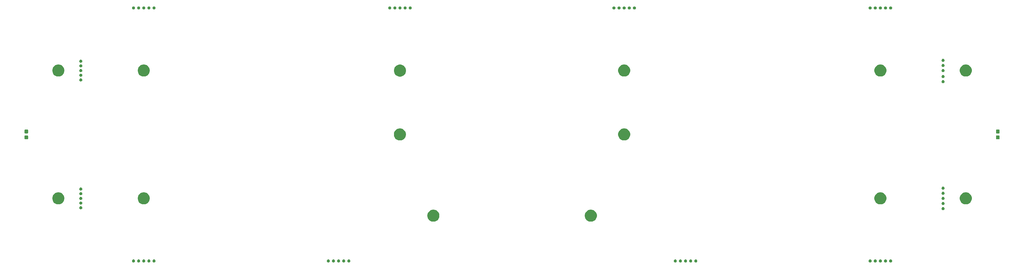
<source format=gts>
G04 #@! TF.GenerationSoftware,KiCad,Pcbnew,(5.1.4-0-10_14)*
G04 #@! TF.CreationDate,2020-08-09T17:11:43-05:00*
G04 #@! TF.ProjectId,Dori_bottom_plate,446f7269-5f62-46f7-9474-6f6d5f706c61,rev?*
G04 #@! TF.SameCoordinates,Original*
G04 #@! TF.FileFunction,Soldermask,Top*
G04 #@! TF.FilePolarity,Negative*
%FSLAX46Y46*%
G04 Gerber Fmt 4.6, Leading zero omitted, Abs format (unit mm)*
G04 Created by KiCad (PCBNEW (5.1.4-0-10_14)) date 2020-08-09 17:11:43*
%MOMM*%
%LPD*%
G04 APERTURE LIST*
%ADD10C,0.100000*%
G04 APERTURE END LIST*
D10*
G36*
X357985802Y-118231956D02*
G01*
X358067877Y-118265953D01*
X358067879Y-118265954D01*
X358105063Y-118290800D01*
X358141745Y-118315310D01*
X358204565Y-118378130D01*
X358253922Y-118451998D01*
X358287919Y-118534073D01*
X358305250Y-118621204D01*
X358305250Y-118710046D01*
X358287919Y-118797177D01*
X358253922Y-118879252D01*
X358253921Y-118879254D01*
X358204564Y-118953121D01*
X358141746Y-119015939D01*
X358067879Y-119065296D01*
X358067878Y-119065297D01*
X358067877Y-119065297D01*
X357985802Y-119099294D01*
X357898671Y-119116625D01*
X357809829Y-119116625D01*
X357722698Y-119099294D01*
X357640623Y-119065297D01*
X357640622Y-119065297D01*
X357640621Y-119065296D01*
X357566754Y-119015939D01*
X357503936Y-118953121D01*
X357454579Y-118879254D01*
X357454578Y-118879252D01*
X357420581Y-118797177D01*
X357403250Y-118710046D01*
X357403250Y-118621204D01*
X357420581Y-118534073D01*
X357454578Y-118451998D01*
X357503935Y-118378130D01*
X357566755Y-118315310D01*
X357603437Y-118290800D01*
X357640621Y-118265954D01*
X357640623Y-118265953D01*
X357722698Y-118231956D01*
X357809829Y-118214625D01*
X357898671Y-118214625D01*
X357985802Y-118231956D01*
X357985802Y-118231956D01*
G37*
G36*
X356461802Y-118231956D02*
G01*
X356543877Y-118265953D01*
X356543879Y-118265954D01*
X356581063Y-118290800D01*
X356617745Y-118315310D01*
X356680565Y-118378130D01*
X356729922Y-118451998D01*
X356763919Y-118534073D01*
X356781250Y-118621204D01*
X356781250Y-118710046D01*
X356763919Y-118797177D01*
X356729922Y-118879252D01*
X356729921Y-118879254D01*
X356680564Y-118953121D01*
X356617746Y-119015939D01*
X356543879Y-119065296D01*
X356543878Y-119065297D01*
X356543877Y-119065297D01*
X356461802Y-119099294D01*
X356374671Y-119116625D01*
X356285829Y-119116625D01*
X356198698Y-119099294D01*
X356116623Y-119065297D01*
X356116622Y-119065297D01*
X356116621Y-119065296D01*
X356042754Y-119015939D01*
X355979936Y-118953121D01*
X355930579Y-118879254D01*
X355930578Y-118879252D01*
X355896581Y-118797177D01*
X355879250Y-118710046D01*
X355879250Y-118621204D01*
X355896581Y-118534073D01*
X355930578Y-118451998D01*
X355979935Y-118378130D01*
X356042755Y-118315310D01*
X356079437Y-118290800D01*
X356116621Y-118265954D01*
X356116623Y-118265953D01*
X356198698Y-118231956D01*
X356285829Y-118214625D01*
X356374671Y-118214625D01*
X356461802Y-118231956D01*
X356461802Y-118231956D01*
G37*
G36*
X354937802Y-118231956D02*
G01*
X355019877Y-118265953D01*
X355019879Y-118265954D01*
X355057063Y-118290800D01*
X355093745Y-118315310D01*
X355156565Y-118378130D01*
X355205922Y-118451998D01*
X355239919Y-118534073D01*
X355257250Y-118621204D01*
X355257250Y-118710046D01*
X355239919Y-118797177D01*
X355205922Y-118879252D01*
X355205921Y-118879254D01*
X355156564Y-118953121D01*
X355093746Y-119015939D01*
X355019879Y-119065296D01*
X355019878Y-119065297D01*
X355019877Y-119065297D01*
X354937802Y-119099294D01*
X354850671Y-119116625D01*
X354761829Y-119116625D01*
X354674698Y-119099294D01*
X354592623Y-119065297D01*
X354592622Y-119065297D01*
X354592621Y-119065296D01*
X354518754Y-119015939D01*
X354455936Y-118953121D01*
X354406579Y-118879254D01*
X354406578Y-118879252D01*
X354372581Y-118797177D01*
X354355250Y-118710046D01*
X354355250Y-118621204D01*
X354372581Y-118534073D01*
X354406578Y-118451998D01*
X354455935Y-118378130D01*
X354518755Y-118315310D01*
X354555437Y-118290800D01*
X354592621Y-118265954D01*
X354592623Y-118265953D01*
X354674698Y-118231956D01*
X354761829Y-118214625D01*
X354850671Y-118214625D01*
X354937802Y-118231956D01*
X354937802Y-118231956D01*
G37*
G36*
X353413802Y-118231956D02*
G01*
X353495877Y-118265953D01*
X353495879Y-118265954D01*
X353533063Y-118290800D01*
X353569745Y-118315310D01*
X353632565Y-118378130D01*
X353681922Y-118451998D01*
X353715919Y-118534073D01*
X353733250Y-118621204D01*
X353733250Y-118710046D01*
X353715919Y-118797177D01*
X353681922Y-118879252D01*
X353681921Y-118879254D01*
X353632564Y-118953121D01*
X353569746Y-119015939D01*
X353495879Y-119065296D01*
X353495878Y-119065297D01*
X353495877Y-119065297D01*
X353413802Y-119099294D01*
X353326671Y-119116625D01*
X353237829Y-119116625D01*
X353150698Y-119099294D01*
X353068623Y-119065297D01*
X353068622Y-119065297D01*
X353068621Y-119065296D01*
X352994754Y-119015939D01*
X352931936Y-118953121D01*
X352882579Y-118879254D01*
X352882578Y-118879252D01*
X352848581Y-118797177D01*
X352831250Y-118710046D01*
X352831250Y-118621204D01*
X352848581Y-118534073D01*
X352882578Y-118451998D01*
X352931935Y-118378130D01*
X352994755Y-118315310D01*
X353031437Y-118290800D01*
X353068621Y-118265954D01*
X353068623Y-118265953D01*
X353150698Y-118231956D01*
X353237829Y-118214625D01*
X353326671Y-118214625D01*
X353413802Y-118231956D01*
X353413802Y-118231956D01*
G37*
G36*
X351889802Y-118231956D02*
G01*
X351971877Y-118265953D01*
X351971879Y-118265954D01*
X352009063Y-118290800D01*
X352045745Y-118315310D01*
X352108565Y-118378130D01*
X352157922Y-118451998D01*
X352191919Y-118534073D01*
X352209250Y-118621204D01*
X352209250Y-118710046D01*
X352191919Y-118797177D01*
X352157922Y-118879252D01*
X352157921Y-118879254D01*
X352108564Y-118953121D01*
X352045746Y-119015939D01*
X351971879Y-119065296D01*
X351971878Y-119065297D01*
X351971877Y-119065297D01*
X351889802Y-119099294D01*
X351802671Y-119116625D01*
X351713829Y-119116625D01*
X351626698Y-119099294D01*
X351544623Y-119065297D01*
X351544622Y-119065297D01*
X351544621Y-119065296D01*
X351470754Y-119015939D01*
X351407936Y-118953121D01*
X351358579Y-118879254D01*
X351358578Y-118879252D01*
X351324581Y-118797177D01*
X351307250Y-118710046D01*
X351307250Y-118621204D01*
X351324581Y-118534073D01*
X351358578Y-118451998D01*
X351407935Y-118378130D01*
X351470755Y-118315310D01*
X351507437Y-118290800D01*
X351544621Y-118265954D01*
X351544623Y-118265953D01*
X351626698Y-118231956D01*
X351713829Y-118214625D01*
X351802671Y-118214625D01*
X351889802Y-118231956D01*
X351889802Y-118231956D01*
G37*
G36*
X300042052Y-118231956D02*
G01*
X300124127Y-118265953D01*
X300124129Y-118265954D01*
X300161313Y-118290800D01*
X300197995Y-118315310D01*
X300260815Y-118378130D01*
X300310172Y-118451998D01*
X300344169Y-118534073D01*
X300361500Y-118621204D01*
X300361500Y-118710046D01*
X300344169Y-118797177D01*
X300310172Y-118879252D01*
X300310171Y-118879254D01*
X300260814Y-118953121D01*
X300197996Y-119015939D01*
X300124129Y-119065296D01*
X300124128Y-119065297D01*
X300124127Y-119065297D01*
X300042052Y-119099294D01*
X299954921Y-119116625D01*
X299866079Y-119116625D01*
X299778948Y-119099294D01*
X299696873Y-119065297D01*
X299696872Y-119065297D01*
X299696871Y-119065296D01*
X299623004Y-119015939D01*
X299560186Y-118953121D01*
X299510829Y-118879254D01*
X299510828Y-118879252D01*
X299476831Y-118797177D01*
X299459500Y-118710046D01*
X299459500Y-118621204D01*
X299476831Y-118534073D01*
X299510828Y-118451998D01*
X299560185Y-118378130D01*
X299623005Y-118315310D01*
X299659687Y-118290800D01*
X299696871Y-118265954D01*
X299696873Y-118265953D01*
X299778948Y-118231956D01*
X299866079Y-118214625D01*
X299954921Y-118214625D01*
X300042052Y-118231956D01*
X300042052Y-118231956D01*
G37*
G36*
X298518052Y-118231956D02*
G01*
X298600127Y-118265953D01*
X298600129Y-118265954D01*
X298637313Y-118290800D01*
X298673995Y-118315310D01*
X298736815Y-118378130D01*
X298786172Y-118451998D01*
X298820169Y-118534073D01*
X298837500Y-118621204D01*
X298837500Y-118710046D01*
X298820169Y-118797177D01*
X298786172Y-118879252D01*
X298786171Y-118879254D01*
X298736814Y-118953121D01*
X298673996Y-119015939D01*
X298600129Y-119065296D01*
X298600128Y-119065297D01*
X298600127Y-119065297D01*
X298518052Y-119099294D01*
X298430921Y-119116625D01*
X298342079Y-119116625D01*
X298254948Y-119099294D01*
X298172873Y-119065297D01*
X298172872Y-119065297D01*
X298172871Y-119065296D01*
X298099004Y-119015939D01*
X298036186Y-118953121D01*
X297986829Y-118879254D01*
X297986828Y-118879252D01*
X297952831Y-118797177D01*
X297935500Y-118710046D01*
X297935500Y-118621204D01*
X297952831Y-118534073D01*
X297986828Y-118451998D01*
X298036185Y-118378130D01*
X298099005Y-118315310D01*
X298135687Y-118290800D01*
X298172871Y-118265954D01*
X298172873Y-118265953D01*
X298254948Y-118231956D01*
X298342079Y-118214625D01*
X298430921Y-118214625D01*
X298518052Y-118231956D01*
X298518052Y-118231956D01*
G37*
G36*
X296994052Y-118231956D02*
G01*
X297076127Y-118265953D01*
X297076129Y-118265954D01*
X297113313Y-118290800D01*
X297149995Y-118315310D01*
X297212815Y-118378130D01*
X297262172Y-118451998D01*
X297296169Y-118534073D01*
X297313500Y-118621204D01*
X297313500Y-118710046D01*
X297296169Y-118797177D01*
X297262172Y-118879252D01*
X297262171Y-118879254D01*
X297212814Y-118953121D01*
X297149996Y-119015939D01*
X297076129Y-119065296D01*
X297076128Y-119065297D01*
X297076127Y-119065297D01*
X296994052Y-119099294D01*
X296906921Y-119116625D01*
X296818079Y-119116625D01*
X296730948Y-119099294D01*
X296648873Y-119065297D01*
X296648872Y-119065297D01*
X296648871Y-119065296D01*
X296575004Y-119015939D01*
X296512186Y-118953121D01*
X296462829Y-118879254D01*
X296462828Y-118879252D01*
X296428831Y-118797177D01*
X296411500Y-118710046D01*
X296411500Y-118621204D01*
X296428831Y-118534073D01*
X296462828Y-118451998D01*
X296512185Y-118378130D01*
X296575005Y-118315310D01*
X296611687Y-118290800D01*
X296648871Y-118265954D01*
X296648873Y-118265953D01*
X296730948Y-118231956D01*
X296818079Y-118214625D01*
X296906921Y-118214625D01*
X296994052Y-118231956D01*
X296994052Y-118231956D01*
G37*
G36*
X295470052Y-118231956D02*
G01*
X295552127Y-118265953D01*
X295552129Y-118265954D01*
X295589313Y-118290800D01*
X295625995Y-118315310D01*
X295688815Y-118378130D01*
X295738172Y-118451998D01*
X295772169Y-118534073D01*
X295789500Y-118621204D01*
X295789500Y-118710046D01*
X295772169Y-118797177D01*
X295738172Y-118879252D01*
X295738171Y-118879254D01*
X295688814Y-118953121D01*
X295625996Y-119015939D01*
X295552129Y-119065296D01*
X295552128Y-119065297D01*
X295552127Y-119065297D01*
X295470052Y-119099294D01*
X295382921Y-119116625D01*
X295294079Y-119116625D01*
X295206948Y-119099294D01*
X295124873Y-119065297D01*
X295124872Y-119065297D01*
X295124871Y-119065296D01*
X295051004Y-119015939D01*
X294988186Y-118953121D01*
X294938829Y-118879254D01*
X294938828Y-118879252D01*
X294904831Y-118797177D01*
X294887500Y-118710046D01*
X294887500Y-118621204D01*
X294904831Y-118534073D01*
X294938828Y-118451998D01*
X294988185Y-118378130D01*
X295051005Y-118315310D01*
X295087687Y-118290800D01*
X295124871Y-118265954D01*
X295124873Y-118265953D01*
X295206948Y-118231956D01*
X295294079Y-118214625D01*
X295382921Y-118214625D01*
X295470052Y-118231956D01*
X295470052Y-118231956D01*
G37*
G36*
X293946052Y-118231956D02*
G01*
X294028127Y-118265953D01*
X294028129Y-118265954D01*
X294065313Y-118290800D01*
X294101995Y-118315310D01*
X294164815Y-118378130D01*
X294214172Y-118451998D01*
X294248169Y-118534073D01*
X294265500Y-118621204D01*
X294265500Y-118710046D01*
X294248169Y-118797177D01*
X294214172Y-118879252D01*
X294214171Y-118879254D01*
X294164814Y-118953121D01*
X294101996Y-119015939D01*
X294028129Y-119065296D01*
X294028128Y-119065297D01*
X294028127Y-119065297D01*
X293946052Y-119099294D01*
X293858921Y-119116625D01*
X293770079Y-119116625D01*
X293682948Y-119099294D01*
X293600873Y-119065297D01*
X293600872Y-119065297D01*
X293600871Y-119065296D01*
X293527004Y-119015939D01*
X293464186Y-118953121D01*
X293414829Y-118879254D01*
X293414828Y-118879252D01*
X293380831Y-118797177D01*
X293363500Y-118710046D01*
X293363500Y-118621204D01*
X293380831Y-118534073D01*
X293414828Y-118451998D01*
X293464185Y-118378130D01*
X293527005Y-118315310D01*
X293563687Y-118290800D01*
X293600871Y-118265954D01*
X293600873Y-118265953D01*
X293682948Y-118231956D01*
X293770079Y-118214625D01*
X293858921Y-118214625D01*
X293946052Y-118231956D01*
X293946052Y-118231956D01*
G37*
G36*
X196854552Y-118231956D02*
G01*
X196936627Y-118265953D01*
X196936629Y-118265954D01*
X196973813Y-118290800D01*
X197010495Y-118315310D01*
X197073315Y-118378130D01*
X197122672Y-118451998D01*
X197156669Y-118534073D01*
X197174000Y-118621204D01*
X197174000Y-118710046D01*
X197156669Y-118797177D01*
X197122672Y-118879252D01*
X197122671Y-118879254D01*
X197073314Y-118953121D01*
X197010496Y-119015939D01*
X196936629Y-119065296D01*
X196936628Y-119065297D01*
X196936627Y-119065297D01*
X196854552Y-119099294D01*
X196767421Y-119116625D01*
X196678579Y-119116625D01*
X196591448Y-119099294D01*
X196509373Y-119065297D01*
X196509372Y-119065297D01*
X196509371Y-119065296D01*
X196435504Y-119015939D01*
X196372686Y-118953121D01*
X196323329Y-118879254D01*
X196323328Y-118879252D01*
X196289331Y-118797177D01*
X196272000Y-118710046D01*
X196272000Y-118621204D01*
X196289331Y-118534073D01*
X196323328Y-118451998D01*
X196372685Y-118378130D01*
X196435505Y-118315310D01*
X196472187Y-118290800D01*
X196509371Y-118265954D01*
X196509373Y-118265953D01*
X196591448Y-118231956D01*
X196678579Y-118214625D01*
X196767421Y-118214625D01*
X196854552Y-118231956D01*
X196854552Y-118231956D01*
G37*
G36*
X195330552Y-118231956D02*
G01*
X195412627Y-118265953D01*
X195412629Y-118265954D01*
X195449813Y-118290800D01*
X195486495Y-118315310D01*
X195549315Y-118378130D01*
X195598672Y-118451998D01*
X195632669Y-118534073D01*
X195650000Y-118621204D01*
X195650000Y-118710046D01*
X195632669Y-118797177D01*
X195598672Y-118879252D01*
X195598671Y-118879254D01*
X195549314Y-118953121D01*
X195486496Y-119015939D01*
X195412629Y-119065296D01*
X195412628Y-119065297D01*
X195412627Y-119065297D01*
X195330552Y-119099294D01*
X195243421Y-119116625D01*
X195154579Y-119116625D01*
X195067448Y-119099294D01*
X194985373Y-119065297D01*
X194985372Y-119065297D01*
X194985371Y-119065296D01*
X194911504Y-119015939D01*
X194848686Y-118953121D01*
X194799329Y-118879254D01*
X194799328Y-118879252D01*
X194765331Y-118797177D01*
X194748000Y-118710046D01*
X194748000Y-118621204D01*
X194765331Y-118534073D01*
X194799328Y-118451998D01*
X194848685Y-118378130D01*
X194911505Y-118315310D01*
X194948187Y-118290800D01*
X194985371Y-118265954D01*
X194985373Y-118265953D01*
X195067448Y-118231956D01*
X195154579Y-118214625D01*
X195243421Y-118214625D01*
X195330552Y-118231956D01*
X195330552Y-118231956D01*
G37*
G36*
X193806552Y-118231956D02*
G01*
X193888627Y-118265953D01*
X193888629Y-118265954D01*
X193925813Y-118290800D01*
X193962495Y-118315310D01*
X194025315Y-118378130D01*
X194074672Y-118451998D01*
X194108669Y-118534073D01*
X194126000Y-118621204D01*
X194126000Y-118710046D01*
X194108669Y-118797177D01*
X194074672Y-118879252D01*
X194074671Y-118879254D01*
X194025314Y-118953121D01*
X193962496Y-119015939D01*
X193888629Y-119065296D01*
X193888628Y-119065297D01*
X193888627Y-119065297D01*
X193806552Y-119099294D01*
X193719421Y-119116625D01*
X193630579Y-119116625D01*
X193543448Y-119099294D01*
X193461373Y-119065297D01*
X193461372Y-119065297D01*
X193461371Y-119065296D01*
X193387504Y-119015939D01*
X193324686Y-118953121D01*
X193275329Y-118879254D01*
X193275328Y-118879252D01*
X193241331Y-118797177D01*
X193224000Y-118710046D01*
X193224000Y-118621204D01*
X193241331Y-118534073D01*
X193275328Y-118451998D01*
X193324685Y-118378130D01*
X193387505Y-118315310D01*
X193424187Y-118290800D01*
X193461371Y-118265954D01*
X193461373Y-118265953D01*
X193543448Y-118231956D01*
X193630579Y-118214625D01*
X193719421Y-118214625D01*
X193806552Y-118231956D01*
X193806552Y-118231956D01*
G37*
G36*
X192282552Y-118231956D02*
G01*
X192364627Y-118265953D01*
X192364629Y-118265954D01*
X192401813Y-118290800D01*
X192438495Y-118315310D01*
X192501315Y-118378130D01*
X192550672Y-118451998D01*
X192584669Y-118534073D01*
X192602000Y-118621204D01*
X192602000Y-118710046D01*
X192584669Y-118797177D01*
X192550672Y-118879252D01*
X192550671Y-118879254D01*
X192501314Y-118953121D01*
X192438496Y-119015939D01*
X192364629Y-119065296D01*
X192364628Y-119065297D01*
X192364627Y-119065297D01*
X192282552Y-119099294D01*
X192195421Y-119116625D01*
X192106579Y-119116625D01*
X192019448Y-119099294D01*
X191937373Y-119065297D01*
X191937372Y-119065297D01*
X191937371Y-119065296D01*
X191863504Y-119015939D01*
X191800686Y-118953121D01*
X191751329Y-118879254D01*
X191751328Y-118879252D01*
X191717331Y-118797177D01*
X191700000Y-118710046D01*
X191700000Y-118621204D01*
X191717331Y-118534073D01*
X191751328Y-118451998D01*
X191800685Y-118378130D01*
X191863505Y-118315310D01*
X191900187Y-118290800D01*
X191937371Y-118265954D01*
X191937373Y-118265953D01*
X192019448Y-118231956D01*
X192106579Y-118214625D01*
X192195421Y-118214625D01*
X192282552Y-118231956D01*
X192282552Y-118231956D01*
G37*
G36*
X190758552Y-118231956D02*
G01*
X190840627Y-118265953D01*
X190840629Y-118265954D01*
X190877813Y-118290800D01*
X190914495Y-118315310D01*
X190977315Y-118378130D01*
X191026672Y-118451998D01*
X191060669Y-118534073D01*
X191078000Y-118621204D01*
X191078000Y-118710046D01*
X191060669Y-118797177D01*
X191026672Y-118879252D01*
X191026671Y-118879254D01*
X190977314Y-118953121D01*
X190914496Y-119015939D01*
X190840629Y-119065296D01*
X190840628Y-119065297D01*
X190840627Y-119065297D01*
X190758552Y-119099294D01*
X190671421Y-119116625D01*
X190582579Y-119116625D01*
X190495448Y-119099294D01*
X190413373Y-119065297D01*
X190413372Y-119065297D01*
X190413371Y-119065296D01*
X190339504Y-119015939D01*
X190276686Y-118953121D01*
X190227329Y-118879254D01*
X190227328Y-118879252D01*
X190193331Y-118797177D01*
X190176000Y-118710046D01*
X190176000Y-118621204D01*
X190193331Y-118534073D01*
X190227328Y-118451998D01*
X190276685Y-118378130D01*
X190339505Y-118315310D01*
X190376187Y-118290800D01*
X190413371Y-118265954D01*
X190413373Y-118265953D01*
X190495448Y-118231956D01*
X190582579Y-118214625D01*
X190671421Y-118214625D01*
X190758552Y-118231956D01*
X190758552Y-118231956D01*
G37*
G36*
X138910802Y-118231956D02*
G01*
X138992877Y-118265953D01*
X138992879Y-118265954D01*
X139030063Y-118290800D01*
X139066745Y-118315310D01*
X139129565Y-118378130D01*
X139178922Y-118451998D01*
X139212919Y-118534073D01*
X139230250Y-118621204D01*
X139230250Y-118710046D01*
X139212919Y-118797177D01*
X139178922Y-118879252D01*
X139178921Y-118879254D01*
X139129564Y-118953121D01*
X139066746Y-119015939D01*
X138992879Y-119065296D01*
X138992878Y-119065297D01*
X138992877Y-119065297D01*
X138910802Y-119099294D01*
X138823671Y-119116625D01*
X138734829Y-119116625D01*
X138647698Y-119099294D01*
X138565623Y-119065297D01*
X138565622Y-119065297D01*
X138565621Y-119065296D01*
X138491754Y-119015939D01*
X138428936Y-118953121D01*
X138379579Y-118879254D01*
X138379578Y-118879252D01*
X138345581Y-118797177D01*
X138328250Y-118710046D01*
X138328250Y-118621204D01*
X138345581Y-118534073D01*
X138379578Y-118451998D01*
X138428935Y-118378130D01*
X138491755Y-118315310D01*
X138528437Y-118290800D01*
X138565621Y-118265954D01*
X138565623Y-118265953D01*
X138647698Y-118231956D01*
X138734829Y-118214625D01*
X138823671Y-118214625D01*
X138910802Y-118231956D01*
X138910802Y-118231956D01*
G37*
G36*
X137386802Y-118231956D02*
G01*
X137468877Y-118265953D01*
X137468879Y-118265954D01*
X137506063Y-118290800D01*
X137542745Y-118315310D01*
X137605565Y-118378130D01*
X137654922Y-118451998D01*
X137688919Y-118534073D01*
X137706250Y-118621204D01*
X137706250Y-118710046D01*
X137688919Y-118797177D01*
X137654922Y-118879252D01*
X137654921Y-118879254D01*
X137605564Y-118953121D01*
X137542746Y-119015939D01*
X137468879Y-119065296D01*
X137468878Y-119065297D01*
X137468877Y-119065297D01*
X137386802Y-119099294D01*
X137299671Y-119116625D01*
X137210829Y-119116625D01*
X137123698Y-119099294D01*
X137041623Y-119065297D01*
X137041622Y-119065297D01*
X137041621Y-119065296D01*
X136967754Y-119015939D01*
X136904936Y-118953121D01*
X136855579Y-118879254D01*
X136855578Y-118879252D01*
X136821581Y-118797177D01*
X136804250Y-118710046D01*
X136804250Y-118621204D01*
X136821581Y-118534073D01*
X136855578Y-118451998D01*
X136904935Y-118378130D01*
X136967755Y-118315310D01*
X137004437Y-118290800D01*
X137041621Y-118265954D01*
X137041623Y-118265953D01*
X137123698Y-118231956D01*
X137210829Y-118214625D01*
X137299671Y-118214625D01*
X137386802Y-118231956D01*
X137386802Y-118231956D01*
G37*
G36*
X135862802Y-118231956D02*
G01*
X135944877Y-118265953D01*
X135944879Y-118265954D01*
X135982063Y-118290800D01*
X136018745Y-118315310D01*
X136081565Y-118378130D01*
X136130922Y-118451998D01*
X136164919Y-118534073D01*
X136182250Y-118621204D01*
X136182250Y-118710046D01*
X136164919Y-118797177D01*
X136130922Y-118879252D01*
X136130921Y-118879254D01*
X136081564Y-118953121D01*
X136018746Y-119015939D01*
X135944879Y-119065296D01*
X135944878Y-119065297D01*
X135944877Y-119065297D01*
X135862802Y-119099294D01*
X135775671Y-119116625D01*
X135686829Y-119116625D01*
X135599698Y-119099294D01*
X135517623Y-119065297D01*
X135517622Y-119065297D01*
X135517621Y-119065296D01*
X135443754Y-119015939D01*
X135380936Y-118953121D01*
X135331579Y-118879254D01*
X135331578Y-118879252D01*
X135297581Y-118797177D01*
X135280250Y-118710046D01*
X135280250Y-118621204D01*
X135297581Y-118534073D01*
X135331578Y-118451998D01*
X135380935Y-118378130D01*
X135443755Y-118315310D01*
X135480437Y-118290800D01*
X135517621Y-118265954D01*
X135517623Y-118265953D01*
X135599698Y-118231956D01*
X135686829Y-118214625D01*
X135775671Y-118214625D01*
X135862802Y-118231956D01*
X135862802Y-118231956D01*
G37*
G36*
X134338802Y-118231956D02*
G01*
X134420877Y-118265953D01*
X134420879Y-118265954D01*
X134458063Y-118290800D01*
X134494745Y-118315310D01*
X134557565Y-118378130D01*
X134606922Y-118451998D01*
X134640919Y-118534073D01*
X134658250Y-118621204D01*
X134658250Y-118710046D01*
X134640919Y-118797177D01*
X134606922Y-118879252D01*
X134606921Y-118879254D01*
X134557564Y-118953121D01*
X134494746Y-119015939D01*
X134420879Y-119065296D01*
X134420878Y-119065297D01*
X134420877Y-119065297D01*
X134338802Y-119099294D01*
X134251671Y-119116625D01*
X134162829Y-119116625D01*
X134075698Y-119099294D01*
X133993623Y-119065297D01*
X133993622Y-119065297D01*
X133993621Y-119065296D01*
X133919754Y-119015939D01*
X133856936Y-118953121D01*
X133807579Y-118879254D01*
X133807578Y-118879252D01*
X133773581Y-118797177D01*
X133756250Y-118710046D01*
X133756250Y-118621204D01*
X133773581Y-118534073D01*
X133807578Y-118451998D01*
X133856935Y-118378130D01*
X133919755Y-118315310D01*
X133956437Y-118290800D01*
X133993621Y-118265954D01*
X133993623Y-118265953D01*
X134075698Y-118231956D01*
X134162829Y-118214625D01*
X134251671Y-118214625D01*
X134338802Y-118231956D01*
X134338802Y-118231956D01*
G37*
G36*
X132814802Y-118231956D02*
G01*
X132896877Y-118265953D01*
X132896879Y-118265954D01*
X132934063Y-118290800D01*
X132970745Y-118315310D01*
X133033565Y-118378130D01*
X133082922Y-118451998D01*
X133116919Y-118534073D01*
X133134250Y-118621204D01*
X133134250Y-118710046D01*
X133116919Y-118797177D01*
X133082922Y-118879252D01*
X133082921Y-118879254D01*
X133033564Y-118953121D01*
X132970746Y-119015939D01*
X132896879Y-119065296D01*
X132896878Y-119065297D01*
X132896877Y-119065297D01*
X132814802Y-119099294D01*
X132727671Y-119116625D01*
X132638829Y-119116625D01*
X132551698Y-119099294D01*
X132469623Y-119065297D01*
X132469622Y-119065297D01*
X132469621Y-119065296D01*
X132395754Y-119015939D01*
X132332936Y-118953121D01*
X132283579Y-118879254D01*
X132283578Y-118879252D01*
X132249581Y-118797177D01*
X132232250Y-118710046D01*
X132232250Y-118621204D01*
X132249581Y-118534073D01*
X132283578Y-118451998D01*
X132332935Y-118378130D01*
X132395755Y-118315310D01*
X132432437Y-118290800D01*
X132469621Y-118265954D01*
X132469623Y-118265953D01*
X132551698Y-118231956D01*
X132638829Y-118214625D01*
X132727671Y-118214625D01*
X132814802Y-118231956D01*
X132814802Y-118231956D01*
G37*
G36*
X269209706Y-103440086D02*
G01*
X269537467Y-103575849D01*
X269832445Y-103772947D01*
X270083303Y-104023805D01*
X270280401Y-104318783D01*
X270416164Y-104646544D01*
X270485375Y-104994491D01*
X270485375Y-105349259D01*
X270416164Y-105697206D01*
X270280401Y-106024967D01*
X270083303Y-106319945D01*
X269832445Y-106570803D01*
X269537467Y-106767901D01*
X269209706Y-106903664D01*
X268861759Y-106972875D01*
X268506991Y-106972875D01*
X268159044Y-106903664D01*
X267831283Y-106767901D01*
X267536305Y-106570803D01*
X267285447Y-106319945D01*
X267088349Y-106024967D01*
X266952586Y-105697206D01*
X266883375Y-105349259D01*
X266883375Y-104994491D01*
X266952586Y-104646544D01*
X267088349Y-104318783D01*
X267285447Y-104023805D01*
X267536305Y-103772947D01*
X267831283Y-103575849D01*
X268159044Y-103440086D01*
X268506991Y-103370875D01*
X268861759Y-103370875D01*
X269209706Y-103440086D01*
X269209706Y-103440086D01*
G37*
G36*
X222378456Y-103440086D02*
G01*
X222706217Y-103575849D01*
X223001195Y-103772947D01*
X223252053Y-104023805D01*
X223449151Y-104318783D01*
X223584914Y-104646544D01*
X223654125Y-104994491D01*
X223654125Y-105349259D01*
X223584914Y-105697206D01*
X223449151Y-106024967D01*
X223252053Y-106319945D01*
X223001195Y-106570803D01*
X222706217Y-106767901D01*
X222378456Y-106903664D01*
X222030509Y-106972875D01*
X221675741Y-106972875D01*
X221327794Y-106903664D01*
X221000033Y-106767901D01*
X220705055Y-106570803D01*
X220454197Y-106319945D01*
X220257099Y-106024967D01*
X220121336Y-105697206D01*
X220052125Y-105349259D01*
X220052125Y-104994491D01*
X220121336Y-104646544D01*
X220257099Y-104318783D01*
X220454197Y-104023805D01*
X220705055Y-103772947D01*
X221000033Y-103575849D01*
X221327794Y-103440086D01*
X221675741Y-103370875D01*
X222030509Y-103370875D01*
X222378456Y-103440086D01*
X222378456Y-103440086D01*
G37*
G36*
X373590927Y-102626831D02*
G01*
X373673002Y-102660828D01*
X373673004Y-102660829D01*
X373694134Y-102674948D01*
X373746870Y-102710185D01*
X373809690Y-102773005D01*
X373859047Y-102846873D01*
X373893044Y-102928948D01*
X373910375Y-103016079D01*
X373910375Y-103104921D01*
X373893044Y-103192052D01*
X373873113Y-103240168D01*
X373859046Y-103274129D01*
X373809689Y-103347996D01*
X373746871Y-103410814D01*
X373673004Y-103460171D01*
X373673003Y-103460172D01*
X373673002Y-103460172D01*
X373590927Y-103494169D01*
X373503796Y-103511500D01*
X373414954Y-103511500D01*
X373327823Y-103494169D01*
X373245748Y-103460172D01*
X373245747Y-103460172D01*
X373245746Y-103460171D01*
X373171879Y-103410814D01*
X373109061Y-103347996D01*
X373059704Y-103274129D01*
X373045637Y-103240168D01*
X373025706Y-103192052D01*
X373008375Y-103104921D01*
X373008375Y-103016079D01*
X373025706Y-102928948D01*
X373059703Y-102846873D01*
X373109060Y-102773005D01*
X373171880Y-102710185D01*
X373224616Y-102674948D01*
X373245746Y-102660829D01*
X373245748Y-102660828D01*
X373327823Y-102626831D01*
X373414954Y-102609500D01*
X373503796Y-102609500D01*
X373590927Y-102626831D01*
X373590927Y-102626831D01*
G37*
G36*
X117137445Y-102372831D02*
G01*
X117219520Y-102406828D01*
X117219522Y-102406829D01*
X117256706Y-102431675D01*
X117293388Y-102456185D01*
X117356208Y-102519005D01*
X117405565Y-102592873D01*
X117439562Y-102674948D01*
X117456893Y-102762079D01*
X117456893Y-102850921D01*
X117439562Y-102938052D01*
X117407242Y-103016079D01*
X117405564Y-103020129D01*
X117356207Y-103093996D01*
X117293389Y-103156814D01*
X117219522Y-103206171D01*
X117219521Y-103206172D01*
X117219520Y-103206172D01*
X117137445Y-103240169D01*
X117050314Y-103257500D01*
X116961472Y-103257500D01*
X116874341Y-103240169D01*
X116792266Y-103206172D01*
X116792265Y-103206172D01*
X116792264Y-103206171D01*
X116718397Y-103156814D01*
X116655579Y-103093996D01*
X116606222Y-103020129D01*
X116604544Y-103016079D01*
X116572224Y-102938052D01*
X116554893Y-102850921D01*
X116554893Y-102762079D01*
X116572224Y-102674948D01*
X116606221Y-102592873D01*
X116655578Y-102519005D01*
X116718398Y-102456185D01*
X116755080Y-102431675D01*
X116792264Y-102406829D01*
X116792266Y-102406828D01*
X116874341Y-102372831D01*
X116961472Y-102355500D01*
X117050314Y-102355500D01*
X117137445Y-102372831D01*
X117137445Y-102372831D01*
G37*
G36*
X373590927Y-101102831D02*
G01*
X373673002Y-101136828D01*
X373673004Y-101136829D01*
X373708534Y-101160570D01*
X373746870Y-101186185D01*
X373809690Y-101249005D01*
X373859047Y-101322873D01*
X373893044Y-101404948D01*
X373910375Y-101492079D01*
X373910375Y-101580921D01*
X373893044Y-101668052D01*
X373861465Y-101744289D01*
X373859046Y-101750129D01*
X373852574Y-101759815D01*
X373816703Y-101813500D01*
X373809689Y-101823996D01*
X373746871Y-101886814D01*
X373673004Y-101936171D01*
X373673003Y-101936172D01*
X373673002Y-101936172D01*
X373590927Y-101970169D01*
X373503796Y-101987500D01*
X373414954Y-101987500D01*
X373327823Y-101970169D01*
X373245748Y-101936172D01*
X373245747Y-101936172D01*
X373245746Y-101936171D01*
X373171879Y-101886814D01*
X373109061Y-101823996D01*
X373102048Y-101813500D01*
X373066176Y-101759815D01*
X373059704Y-101750129D01*
X373057285Y-101744289D01*
X373025706Y-101668052D01*
X373008375Y-101580921D01*
X373008375Y-101492079D01*
X373025706Y-101404948D01*
X373059703Y-101322873D01*
X373109060Y-101249005D01*
X373171880Y-101186185D01*
X373210216Y-101160570D01*
X373245746Y-101136829D01*
X373245748Y-101136828D01*
X373327823Y-101102831D01*
X373414954Y-101085500D01*
X373503796Y-101085500D01*
X373590927Y-101102831D01*
X373590927Y-101102831D01*
G37*
G36*
X117137445Y-100975831D02*
G01*
X117219520Y-101009828D01*
X117219522Y-101009829D01*
X117293389Y-101059186D01*
X117356207Y-101122004D01*
X117399093Y-101186186D01*
X117405565Y-101195873D01*
X117439562Y-101277948D01*
X117456893Y-101365079D01*
X117456893Y-101453921D01*
X117439562Y-101541052D01*
X117411613Y-101608525D01*
X117405564Y-101623129D01*
X117356207Y-101696996D01*
X117293389Y-101759814D01*
X117219522Y-101809171D01*
X117219521Y-101809172D01*
X117219520Y-101809172D01*
X117137445Y-101843169D01*
X117050314Y-101860500D01*
X116961472Y-101860500D01*
X116874341Y-101843169D01*
X116792266Y-101809172D01*
X116792265Y-101809172D01*
X116792264Y-101809171D01*
X116718397Y-101759814D01*
X116655579Y-101696996D01*
X116606222Y-101623129D01*
X116600173Y-101608525D01*
X116572224Y-101541052D01*
X116554893Y-101453921D01*
X116554893Y-101365079D01*
X116572224Y-101277948D01*
X116606221Y-101195873D01*
X116612694Y-101186186D01*
X116655579Y-101122004D01*
X116718397Y-101059186D01*
X116792264Y-101009829D01*
X116792266Y-101009828D01*
X116874341Y-100975831D01*
X116961472Y-100958500D01*
X117050314Y-100958500D01*
X117137445Y-100975831D01*
X117137445Y-100975831D01*
G37*
G36*
X110856581Y-98280711D02*
G01*
X111184342Y-98416474D01*
X111479320Y-98613572D01*
X111730178Y-98864430D01*
X111927276Y-99159408D01*
X112063039Y-99487169D01*
X112132250Y-99835116D01*
X112132250Y-100189884D01*
X112063039Y-100537831D01*
X111927276Y-100865592D01*
X111730178Y-101160570D01*
X111479320Y-101411428D01*
X111184342Y-101608526D01*
X110856581Y-101744289D01*
X110508634Y-101813500D01*
X110153866Y-101813500D01*
X109805919Y-101744289D01*
X109478158Y-101608526D01*
X109183180Y-101411428D01*
X108932322Y-101160570D01*
X108735224Y-100865592D01*
X108599461Y-100537831D01*
X108530250Y-100189884D01*
X108530250Y-99835116D01*
X108599461Y-99487169D01*
X108735224Y-99159408D01*
X108932322Y-98864430D01*
X109183180Y-98613572D01*
X109478158Y-98416474D01*
X109805919Y-98280711D01*
X110153866Y-98211500D01*
X110508634Y-98211500D01*
X110856581Y-98280711D01*
X110856581Y-98280711D01*
G37*
G36*
X136256581Y-98280711D02*
G01*
X136584342Y-98416474D01*
X136879320Y-98613572D01*
X137130178Y-98864430D01*
X137327276Y-99159408D01*
X137463039Y-99487169D01*
X137532250Y-99835116D01*
X137532250Y-100189884D01*
X137463039Y-100537831D01*
X137327276Y-100865592D01*
X137130178Y-101160570D01*
X136879320Y-101411428D01*
X136584342Y-101608526D01*
X136256581Y-101744289D01*
X135908634Y-101813500D01*
X135553866Y-101813500D01*
X135205919Y-101744289D01*
X134878158Y-101608526D01*
X134583180Y-101411428D01*
X134332322Y-101160570D01*
X134135224Y-100865592D01*
X133999461Y-100537831D01*
X133930250Y-100189884D01*
X133930250Y-99835116D01*
X133999461Y-99487169D01*
X134135224Y-99159408D01*
X134332322Y-98864430D01*
X134583180Y-98613572D01*
X134878158Y-98416474D01*
X135205919Y-98280711D01*
X135553866Y-98211500D01*
X135908634Y-98211500D01*
X136256581Y-98280711D01*
X136256581Y-98280711D01*
G37*
G36*
X355331581Y-98280711D02*
G01*
X355659342Y-98416474D01*
X355954320Y-98613572D01*
X356205178Y-98864430D01*
X356402276Y-99159408D01*
X356538039Y-99487169D01*
X356607250Y-99835116D01*
X356607250Y-100189884D01*
X356538039Y-100537831D01*
X356402276Y-100865592D01*
X356205178Y-101160570D01*
X355954320Y-101411428D01*
X355659342Y-101608526D01*
X355331581Y-101744289D01*
X354983634Y-101813500D01*
X354628866Y-101813500D01*
X354280919Y-101744289D01*
X353953158Y-101608526D01*
X353658180Y-101411428D01*
X353407322Y-101160570D01*
X353210224Y-100865592D01*
X353074461Y-100537831D01*
X353005250Y-100189884D01*
X353005250Y-99835116D01*
X353074461Y-99487169D01*
X353210224Y-99159408D01*
X353407322Y-98864430D01*
X353658180Y-98613572D01*
X353953158Y-98416474D01*
X354280919Y-98280711D01*
X354628866Y-98211500D01*
X354983634Y-98211500D01*
X355331581Y-98280711D01*
X355331581Y-98280711D01*
G37*
G36*
X380731581Y-98280711D02*
G01*
X381059342Y-98416474D01*
X381354320Y-98613572D01*
X381605178Y-98864430D01*
X381802276Y-99159408D01*
X381938039Y-99487169D01*
X382007250Y-99835116D01*
X382007250Y-100189884D01*
X381938039Y-100537831D01*
X381802276Y-100865592D01*
X381605178Y-101160570D01*
X381354320Y-101411428D01*
X381059342Y-101608526D01*
X380731581Y-101744289D01*
X380383634Y-101813500D01*
X380028866Y-101813500D01*
X379680919Y-101744289D01*
X379353158Y-101608526D01*
X379058180Y-101411428D01*
X378807322Y-101160570D01*
X378610224Y-100865592D01*
X378474461Y-100537831D01*
X378405250Y-100189884D01*
X378405250Y-99835116D01*
X378474461Y-99487169D01*
X378610224Y-99159408D01*
X378807322Y-98864430D01*
X379058180Y-98613572D01*
X379353158Y-98416474D01*
X379680919Y-98280711D01*
X380028866Y-98211500D01*
X380383634Y-98211500D01*
X380731581Y-98280711D01*
X380731581Y-98280711D01*
G37*
G36*
X117137445Y-99578831D02*
G01*
X117219520Y-99612828D01*
X117219522Y-99612829D01*
X117256706Y-99637675D01*
X117293388Y-99662185D01*
X117356208Y-99725005D01*
X117405565Y-99798873D01*
X117439562Y-99880948D01*
X117456893Y-99968079D01*
X117456893Y-100056921D01*
X117439562Y-100144052D01*
X117405565Y-100226127D01*
X117405564Y-100226129D01*
X117356207Y-100299996D01*
X117293389Y-100362814D01*
X117219522Y-100412171D01*
X117219521Y-100412172D01*
X117219520Y-100412172D01*
X117137445Y-100446169D01*
X117050314Y-100463500D01*
X116961472Y-100463500D01*
X116874341Y-100446169D01*
X116792266Y-100412172D01*
X116792265Y-100412172D01*
X116792264Y-100412171D01*
X116718397Y-100362814D01*
X116655579Y-100299996D01*
X116606222Y-100226129D01*
X116606221Y-100226127D01*
X116572224Y-100144052D01*
X116554893Y-100056921D01*
X116554893Y-99968079D01*
X116572224Y-99880948D01*
X116606221Y-99798873D01*
X116655578Y-99725005D01*
X116718398Y-99662185D01*
X116755080Y-99637675D01*
X116792264Y-99612829D01*
X116792266Y-99612828D01*
X116874341Y-99578831D01*
X116961472Y-99561500D01*
X117050314Y-99561500D01*
X117137445Y-99578831D01*
X117137445Y-99578831D01*
G37*
G36*
X373590927Y-99578831D02*
G01*
X373673002Y-99612828D01*
X373673004Y-99612829D01*
X373710188Y-99637675D01*
X373746870Y-99662185D01*
X373809690Y-99725005D01*
X373859047Y-99798873D01*
X373893044Y-99880948D01*
X373910375Y-99968079D01*
X373910375Y-100056921D01*
X373893044Y-100144052D01*
X373859047Y-100226127D01*
X373859046Y-100226129D01*
X373809689Y-100299996D01*
X373746871Y-100362814D01*
X373673004Y-100412171D01*
X373673003Y-100412172D01*
X373673002Y-100412172D01*
X373590927Y-100446169D01*
X373503796Y-100463500D01*
X373414954Y-100463500D01*
X373327823Y-100446169D01*
X373245748Y-100412172D01*
X373245747Y-100412172D01*
X373245746Y-100412171D01*
X373171879Y-100362814D01*
X373109061Y-100299996D01*
X373059704Y-100226129D01*
X373059703Y-100226127D01*
X373025706Y-100144052D01*
X373008375Y-100056921D01*
X373008375Y-99968079D01*
X373025706Y-99880948D01*
X373059703Y-99798873D01*
X373109060Y-99725005D01*
X373171880Y-99662185D01*
X373208562Y-99637675D01*
X373245746Y-99612829D01*
X373245748Y-99612828D01*
X373327823Y-99578831D01*
X373414954Y-99561500D01*
X373503796Y-99561500D01*
X373590927Y-99578831D01*
X373590927Y-99578831D01*
G37*
G36*
X117137445Y-98181831D02*
G01*
X117209071Y-98211500D01*
X117219522Y-98215829D01*
X117256706Y-98240675D01*
X117293388Y-98265185D01*
X117356208Y-98328005D01*
X117405565Y-98401873D01*
X117439562Y-98483948D01*
X117456893Y-98571079D01*
X117456893Y-98659921D01*
X117439562Y-98747052D01*
X117405565Y-98829127D01*
X117405564Y-98829129D01*
X117356207Y-98902996D01*
X117293389Y-98965814D01*
X117219522Y-99015171D01*
X117219521Y-99015172D01*
X117219520Y-99015172D01*
X117137445Y-99049169D01*
X117050314Y-99066500D01*
X116961472Y-99066500D01*
X116874341Y-99049169D01*
X116792266Y-99015172D01*
X116792265Y-99015172D01*
X116792264Y-99015171D01*
X116718397Y-98965814D01*
X116655579Y-98902996D01*
X116606222Y-98829129D01*
X116606221Y-98829127D01*
X116572224Y-98747052D01*
X116554893Y-98659921D01*
X116554893Y-98571079D01*
X116572224Y-98483948D01*
X116606221Y-98401873D01*
X116655578Y-98328005D01*
X116718398Y-98265185D01*
X116755080Y-98240675D01*
X116792264Y-98215829D01*
X116802715Y-98211500D01*
X116874341Y-98181831D01*
X116961472Y-98164500D01*
X117050314Y-98164500D01*
X117137445Y-98181831D01*
X117137445Y-98181831D01*
G37*
G36*
X373590927Y-98054831D02*
G01*
X373673002Y-98088828D01*
X373673004Y-98088829D01*
X373710188Y-98113675D01*
X373746870Y-98138185D01*
X373809690Y-98201005D01*
X373819594Y-98215828D01*
X373852575Y-98265186D01*
X373859047Y-98274873D01*
X373893044Y-98356948D01*
X373910375Y-98444079D01*
X373910375Y-98532921D01*
X373893044Y-98620052D01*
X373859047Y-98702127D01*
X373859046Y-98702129D01*
X373809689Y-98775996D01*
X373746871Y-98838814D01*
X373673004Y-98888171D01*
X373673003Y-98888172D01*
X373673002Y-98888172D01*
X373590927Y-98922169D01*
X373503796Y-98939500D01*
X373414954Y-98939500D01*
X373327823Y-98922169D01*
X373245748Y-98888172D01*
X373245747Y-98888172D01*
X373245746Y-98888171D01*
X373171879Y-98838814D01*
X373109061Y-98775996D01*
X373059704Y-98702129D01*
X373059703Y-98702127D01*
X373025706Y-98620052D01*
X373008375Y-98532921D01*
X373008375Y-98444079D01*
X373025706Y-98356948D01*
X373059703Y-98274873D01*
X373066176Y-98265186D01*
X373099156Y-98215828D01*
X373109060Y-98201005D01*
X373171880Y-98138185D01*
X373208562Y-98113675D01*
X373245746Y-98088829D01*
X373245748Y-98088828D01*
X373327823Y-98054831D01*
X373414954Y-98037500D01*
X373503796Y-98037500D01*
X373590927Y-98054831D01*
X373590927Y-98054831D01*
G37*
G36*
X117137445Y-96784831D02*
G01*
X117219520Y-96818828D01*
X117219522Y-96818829D01*
X117240652Y-96832948D01*
X117293388Y-96868185D01*
X117356208Y-96931005D01*
X117405565Y-97004873D01*
X117439562Y-97086948D01*
X117456893Y-97174079D01*
X117456893Y-97262921D01*
X117439562Y-97350052D01*
X117419631Y-97398168D01*
X117405564Y-97432129D01*
X117356207Y-97505996D01*
X117293389Y-97568814D01*
X117219522Y-97618171D01*
X117219521Y-97618172D01*
X117219520Y-97618172D01*
X117137445Y-97652169D01*
X117050314Y-97669500D01*
X116961472Y-97669500D01*
X116874341Y-97652169D01*
X116792266Y-97618172D01*
X116792265Y-97618172D01*
X116792264Y-97618171D01*
X116718397Y-97568814D01*
X116655579Y-97505996D01*
X116606222Y-97432129D01*
X116592155Y-97398168D01*
X116572224Y-97350052D01*
X116554893Y-97262921D01*
X116554893Y-97174079D01*
X116572224Y-97086948D01*
X116606221Y-97004873D01*
X116655578Y-96931005D01*
X116718398Y-96868185D01*
X116771134Y-96832948D01*
X116792264Y-96818829D01*
X116792266Y-96818828D01*
X116874341Y-96784831D01*
X116961472Y-96767500D01*
X117050314Y-96767500D01*
X117137445Y-96784831D01*
X117137445Y-96784831D01*
G37*
G36*
X373590927Y-96530831D02*
G01*
X373673002Y-96564828D01*
X373673004Y-96564829D01*
X373710188Y-96589675D01*
X373746870Y-96614185D01*
X373809690Y-96677005D01*
X373859047Y-96750873D01*
X373893044Y-96832948D01*
X373910375Y-96920079D01*
X373910375Y-97008921D01*
X373893044Y-97096052D01*
X373860724Y-97174079D01*
X373859046Y-97178129D01*
X373809689Y-97251996D01*
X373746871Y-97314814D01*
X373673004Y-97364171D01*
X373673003Y-97364172D01*
X373673002Y-97364172D01*
X373590927Y-97398169D01*
X373503796Y-97415500D01*
X373414954Y-97415500D01*
X373327823Y-97398169D01*
X373245748Y-97364172D01*
X373245747Y-97364172D01*
X373245746Y-97364171D01*
X373171879Y-97314814D01*
X373109061Y-97251996D01*
X373059704Y-97178129D01*
X373058026Y-97174079D01*
X373025706Y-97096052D01*
X373008375Y-97008921D01*
X373008375Y-96920079D01*
X373025706Y-96832948D01*
X373059703Y-96750873D01*
X373109060Y-96677005D01*
X373171880Y-96614185D01*
X373208562Y-96589675D01*
X373245746Y-96564829D01*
X373245748Y-96564828D01*
X373327823Y-96530831D01*
X373414954Y-96513500D01*
X373503796Y-96513500D01*
X373590927Y-96530831D01*
X373590927Y-96530831D01*
G37*
G36*
X279131581Y-79230711D02*
G01*
X279459342Y-79366474D01*
X279754320Y-79563572D01*
X280005178Y-79814430D01*
X280202276Y-80109408D01*
X280338039Y-80437169D01*
X280407250Y-80785116D01*
X280407250Y-81139884D01*
X280338039Y-81487831D01*
X280202276Y-81815592D01*
X280005178Y-82110570D01*
X279754320Y-82361428D01*
X279459342Y-82558526D01*
X279131581Y-82694289D01*
X278783634Y-82763500D01*
X278428866Y-82763500D01*
X278080919Y-82694289D01*
X277753158Y-82558526D01*
X277458180Y-82361428D01*
X277207322Y-82110570D01*
X277010224Y-81815592D01*
X276874461Y-81487831D01*
X276805250Y-81139884D01*
X276805250Y-80785116D01*
X276874461Y-80437169D01*
X277010224Y-80109408D01*
X277207322Y-79814430D01*
X277458180Y-79563572D01*
X277753158Y-79366474D01*
X278080919Y-79230711D01*
X278428866Y-79161500D01*
X278783634Y-79161500D01*
X279131581Y-79230711D01*
X279131581Y-79230711D01*
G37*
G36*
X212443881Y-79230711D02*
G01*
X212771642Y-79366474D01*
X213066620Y-79563572D01*
X213317478Y-79814430D01*
X213514576Y-80109408D01*
X213650339Y-80437169D01*
X213719550Y-80785116D01*
X213719550Y-81139884D01*
X213650339Y-81487831D01*
X213514576Y-81815592D01*
X213317478Y-82110570D01*
X213066620Y-82361428D01*
X212771642Y-82558526D01*
X212443881Y-82694289D01*
X212095934Y-82763500D01*
X211741166Y-82763500D01*
X211393219Y-82694289D01*
X211065458Y-82558526D01*
X210770480Y-82361428D01*
X210519622Y-82110570D01*
X210322524Y-81815592D01*
X210186761Y-81487831D01*
X210117550Y-81139884D01*
X210117550Y-80785116D01*
X210186761Y-80437169D01*
X210322524Y-80109408D01*
X210519622Y-79814430D01*
X210770480Y-79563572D01*
X211065458Y-79366474D01*
X211393219Y-79230711D01*
X211741166Y-79161500D01*
X212095934Y-79161500D01*
X212443881Y-79230711D01*
X212443881Y-79230711D01*
G37*
G36*
X390095749Y-81265945D02*
G01*
X390133245Y-81277320D01*
X390167804Y-81295792D01*
X390198097Y-81320653D01*
X390222958Y-81350946D01*
X390241430Y-81385505D01*
X390252805Y-81423001D01*
X390257250Y-81468138D01*
X390257250Y-82206862D01*
X390252805Y-82251999D01*
X390241430Y-82289495D01*
X390222958Y-82324054D01*
X390198097Y-82354347D01*
X390167804Y-82379208D01*
X390133245Y-82397680D01*
X390095749Y-82409055D01*
X390050612Y-82413500D01*
X389411888Y-82413500D01*
X389366751Y-82409055D01*
X389329255Y-82397680D01*
X389294696Y-82379208D01*
X389264403Y-82354347D01*
X389239542Y-82324054D01*
X389221070Y-82289495D01*
X389209695Y-82251999D01*
X389205250Y-82206862D01*
X389205250Y-81468138D01*
X389209695Y-81423001D01*
X389221070Y-81385505D01*
X389239542Y-81350946D01*
X389264403Y-81320653D01*
X389294696Y-81295792D01*
X389329255Y-81277320D01*
X389366751Y-81265945D01*
X389411888Y-81261500D01*
X390050612Y-81261500D01*
X390095749Y-81265945D01*
X390095749Y-81265945D01*
G37*
G36*
X101170749Y-81265945D02*
G01*
X101208245Y-81277320D01*
X101242804Y-81295792D01*
X101273097Y-81320653D01*
X101297958Y-81350946D01*
X101316430Y-81385505D01*
X101327805Y-81423001D01*
X101332250Y-81468138D01*
X101332250Y-82206862D01*
X101327805Y-82251999D01*
X101316430Y-82289495D01*
X101297958Y-82324054D01*
X101273097Y-82354347D01*
X101242804Y-82379208D01*
X101208245Y-82397680D01*
X101170749Y-82409055D01*
X101125612Y-82413500D01*
X100486888Y-82413500D01*
X100441751Y-82409055D01*
X100404255Y-82397680D01*
X100369696Y-82379208D01*
X100339403Y-82354347D01*
X100314542Y-82324054D01*
X100296070Y-82289495D01*
X100284695Y-82251999D01*
X100280250Y-82206862D01*
X100280250Y-81468138D01*
X100284695Y-81423001D01*
X100296070Y-81385505D01*
X100314542Y-81350946D01*
X100339403Y-81320653D01*
X100369696Y-81295792D01*
X100404255Y-81277320D01*
X100441751Y-81265945D01*
X100486888Y-81261500D01*
X101125612Y-81261500D01*
X101170749Y-81265945D01*
X101170749Y-81265945D01*
G37*
G36*
X390095749Y-79515945D02*
G01*
X390133245Y-79527320D01*
X390167804Y-79545792D01*
X390198097Y-79570653D01*
X390222958Y-79600946D01*
X390241430Y-79635505D01*
X390252805Y-79673001D01*
X390257250Y-79718138D01*
X390257250Y-80456862D01*
X390252805Y-80501999D01*
X390241430Y-80539495D01*
X390222958Y-80574054D01*
X390198097Y-80604347D01*
X390167804Y-80629208D01*
X390133245Y-80647680D01*
X390095749Y-80659055D01*
X390050612Y-80663500D01*
X389411888Y-80663500D01*
X389366751Y-80659055D01*
X389329255Y-80647680D01*
X389294696Y-80629208D01*
X389264403Y-80604347D01*
X389239542Y-80574054D01*
X389221070Y-80539495D01*
X389209695Y-80501999D01*
X389205250Y-80456862D01*
X389205250Y-79718138D01*
X389209695Y-79673001D01*
X389221070Y-79635505D01*
X389239542Y-79600946D01*
X389264403Y-79570653D01*
X389294696Y-79545792D01*
X389329255Y-79527320D01*
X389366751Y-79515945D01*
X389411888Y-79511500D01*
X390050612Y-79511500D01*
X390095749Y-79515945D01*
X390095749Y-79515945D01*
G37*
G36*
X101170749Y-79515945D02*
G01*
X101208245Y-79527320D01*
X101242804Y-79545792D01*
X101273097Y-79570653D01*
X101297958Y-79600946D01*
X101316430Y-79635505D01*
X101327805Y-79673001D01*
X101332250Y-79718138D01*
X101332250Y-80456862D01*
X101327805Y-80501999D01*
X101316430Y-80539495D01*
X101297958Y-80574054D01*
X101273097Y-80604347D01*
X101242804Y-80629208D01*
X101208245Y-80647680D01*
X101170749Y-80659055D01*
X101125612Y-80663500D01*
X100486888Y-80663500D01*
X100441751Y-80659055D01*
X100404255Y-80647680D01*
X100369696Y-80629208D01*
X100339403Y-80604347D01*
X100314542Y-80574054D01*
X100296070Y-80539495D01*
X100284695Y-80501999D01*
X100280250Y-80456862D01*
X100280250Y-79718138D01*
X100284695Y-79673001D01*
X100296070Y-79635505D01*
X100314542Y-79600946D01*
X100339403Y-79570653D01*
X100369696Y-79545792D01*
X100404255Y-79527320D01*
X100441751Y-79515945D01*
X100486888Y-79511500D01*
X101125612Y-79511500D01*
X101170749Y-79515945D01*
X101170749Y-79515945D01*
G37*
G36*
X373590927Y-64780831D02*
G01*
X373673002Y-64814828D01*
X373673004Y-64814829D01*
X373746871Y-64864186D01*
X373809689Y-64927004D01*
X373854452Y-64993995D01*
X373859047Y-65000873D01*
X373893044Y-65082948D01*
X373910375Y-65170079D01*
X373910375Y-65258921D01*
X373893044Y-65346052D01*
X373859047Y-65428127D01*
X373859046Y-65428129D01*
X373809689Y-65501996D01*
X373746871Y-65564814D01*
X373673004Y-65614171D01*
X373673003Y-65614172D01*
X373673002Y-65614172D01*
X373590927Y-65648169D01*
X373503796Y-65665500D01*
X373414954Y-65665500D01*
X373327823Y-65648169D01*
X373245748Y-65614172D01*
X373245747Y-65614172D01*
X373245746Y-65614171D01*
X373171879Y-65564814D01*
X373109061Y-65501996D01*
X373059704Y-65428129D01*
X373059703Y-65428127D01*
X373025706Y-65346052D01*
X373008375Y-65258921D01*
X373008375Y-65170079D01*
X373025706Y-65082948D01*
X373059703Y-65000873D01*
X373064299Y-64993995D01*
X373109061Y-64927004D01*
X373171879Y-64864186D01*
X373245746Y-64814829D01*
X373245748Y-64814828D01*
X373327823Y-64780831D01*
X373414954Y-64763500D01*
X373503796Y-64763500D01*
X373590927Y-64780831D01*
X373590927Y-64780831D01*
G37*
G36*
X117137802Y-64272831D02*
G01*
X117219877Y-64306828D01*
X117219879Y-64306829D01*
X117257063Y-64331675D01*
X117293745Y-64356185D01*
X117356565Y-64419005D01*
X117405922Y-64492873D01*
X117439919Y-64574948D01*
X117457250Y-64662079D01*
X117457250Y-64750921D01*
X117439919Y-64838052D01*
X117405922Y-64920127D01*
X117405921Y-64920129D01*
X117356564Y-64993996D01*
X117293746Y-65056814D01*
X117219879Y-65106171D01*
X117219878Y-65106172D01*
X117219877Y-65106172D01*
X117137802Y-65140169D01*
X117050671Y-65157500D01*
X116961829Y-65157500D01*
X116874698Y-65140169D01*
X116792623Y-65106172D01*
X116792622Y-65106172D01*
X116792621Y-65106171D01*
X116718754Y-65056814D01*
X116655936Y-64993996D01*
X116606579Y-64920129D01*
X116606578Y-64920127D01*
X116572581Y-64838052D01*
X116555250Y-64750921D01*
X116555250Y-64662079D01*
X116572581Y-64574948D01*
X116606578Y-64492873D01*
X116655935Y-64419005D01*
X116718755Y-64356185D01*
X116755437Y-64331675D01*
X116792621Y-64306829D01*
X116792623Y-64306828D01*
X116874698Y-64272831D01*
X116961829Y-64255500D01*
X117050671Y-64255500D01*
X117137802Y-64272831D01*
X117137802Y-64272831D01*
G37*
G36*
X373590927Y-63256831D02*
G01*
X373673002Y-63290828D01*
X373673004Y-63290829D01*
X373703832Y-63311428D01*
X373746870Y-63340185D01*
X373809690Y-63403005D01*
X373859047Y-63476873D01*
X373893044Y-63558948D01*
X373910375Y-63646079D01*
X373910375Y-63734921D01*
X373893044Y-63822052D01*
X373859047Y-63904127D01*
X373859046Y-63904129D01*
X373809689Y-63977996D01*
X373746871Y-64040814D01*
X373673004Y-64090171D01*
X373673003Y-64090172D01*
X373673002Y-64090172D01*
X373590927Y-64124169D01*
X373503796Y-64141500D01*
X373414954Y-64141500D01*
X373327823Y-64124169D01*
X373245748Y-64090172D01*
X373245747Y-64090172D01*
X373245746Y-64090171D01*
X373171879Y-64040814D01*
X373109061Y-63977996D01*
X373059704Y-63904129D01*
X373059703Y-63904127D01*
X373025706Y-63822052D01*
X373008375Y-63734921D01*
X373008375Y-63646079D01*
X373025706Y-63558948D01*
X373059703Y-63476873D01*
X373109060Y-63403005D01*
X373171880Y-63340185D01*
X373214918Y-63311428D01*
X373245746Y-63290829D01*
X373245748Y-63290828D01*
X373327823Y-63256831D01*
X373414954Y-63239500D01*
X373503796Y-63239500D01*
X373590927Y-63256831D01*
X373590927Y-63256831D01*
G37*
G36*
X117137802Y-62875831D02*
G01*
X117219877Y-62909828D01*
X117219879Y-62909829D01*
X117257063Y-62934675D01*
X117293745Y-62959185D01*
X117356565Y-63022005D01*
X117405922Y-63095873D01*
X117439919Y-63177948D01*
X117457250Y-63265079D01*
X117457250Y-63353921D01*
X117439919Y-63441052D01*
X117405922Y-63523127D01*
X117356565Y-63596995D01*
X117293745Y-63659815D01*
X117257063Y-63684325D01*
X117219879Y-63709171D01*
X117219878Y-63709172D01*
X117219877Y-63709172D01*
X117137802Y-63743169D01*
X117050671Y-63760500D01*
X116961829Y-63760500D01*
X116874698Y-63743169D01*
X116792623Y-63709172D01*
X116792622Y-63709172D01*
X116792621Y-63709171D01*
X116755437Y-63684325D01*
X116718755Y-63659815D01*
X116655935Y-63596995D01*
X116606578Y-63523127D01*
X116572581Y-63441052D01*
X116555250Y-63353921D01*
X116555250Y-63265079D01*
X116572581Y-63177948D01*
X116606578Y-63095873D01*
X116655935Y-63022005D01*
X116718755Y-62959185D01*
X116755437Y-62934675D01*
X116792621Y-62909829D01*
X116792623Y-62909828D01*
X116874698Y-62875831D01*
X116961829Y-62858500D01*
X117050671Y-62858500D01*
X117137802Y-62875831D01*
X117137802Y-62875831D01*
G37*
G36*
X212456581Y-60208211D02*
G01*
X212784342Y-60343974D01*
X213079320Y-60541072D01*
X213330178Y-60791930D01*
X213527276Y-61086908D01*
X213663039Y-61414669D01*
X213732250Y-61762616D01*
X213732250Y-62117384D01*
X213663039Y-62465331D01*
X213527276Y-62793092D01*
X213330178Y-63088070D01*
X213079320Y-63338928D01*
X212784342Y-63536026D01*
X212456581Y-63671789D01*
X212108634Y-63741000D01*
X211753866Y-63741000D01*
X211405919Y-63671789D01*
X211078158Y-63536026D01*
X210783180Y-63338928D01*
X210532322Y-63088070D01*
X210335224Y-62793092D01*
X210199461Y-62465331D01*
X210130250Y-62117384D01*
X210130250Y-61762616D01*
X210199461Y-61414669D01*
X210335224Y-61086908D01*
X210532322Y-60791930D01*
X210783180Y-60541072D01*
X211078158Y-60343974D01*
X211405919Y-60208211D01*
X211753866Y-60139000D01*
X212108634Y-60139000D01*
X212456581Y-60208211D01*
X212456581Y-60208211D01*
G37*
G36*
X110856581Y-60180711D02*
G01*
X111184342Y-60316474D01*
X111479320Y-60513572D01*
X111730178Y-60764430D01*
X111927276Y-61059408D01*
X112063039Y-61387169D01*
X112132250Y-61735116D01*
X112132250Y-62089884D01*
X112063039Y-62437831D01*
X111927276Y-62765592D01*
X111730178Y-63060570D01*
X111479320Y-63311428D01*
X111184342Y-63508526D01*
X110856581Y-63644289D01*
X110508634Y-63713500D01*
X110153866Y-63713500D01*
X109805919Y-63644289D01*
X109478158Y-63508526D01*
X109183180Y-63311428D01*
X108932322Y-63060570D01*
X108735224Y-62765592D01*
X108599461Y-62437831D01*
X108530250Y-62089884D01*
X108530250Y-61735116D01*
X108599461Y-61387169D01*
X108735224Y-61059408D01*
X108932322Y-60764430D01*
X109183180Y-60513572D01*
X109478158Y-60316474D01*
X109805919Y-60180711D01*
X110153866Y-60111500D01*
X110508634Y-60111500D01*
X110856581Y-60180711D01*
X110856581Y-60180711D01*
G37*
G36*
X355331581Y-60180711D02*
G01*
X355659342Y-60316474D01*
X355954320Y-60513572D01*
X356205178Y-60764430D01*
X356402276Y-61059408D01*
X356538039Y-61387169D01*
X356607250Y-61735116D01*
X356607250Y-62089884D01*
X356538039Y-62437831D01*
X356402276Y-62765592D01*
X356205178Y-63060570D01*
X355954320Y-63311428D01*
X355659342Y-63508526D01*
X355331581Y-63644289D01*
X354983634Y-63713500D01*
X354628866Y-63713500D01*
X354280919Y-63644289D01*
X353953158Y-63508526D01*
X353658180Y-63311428D01*
X353407322Y-63060570D01*
X353210224Y-62765592D01*
X353074461Y-62437831D01*
X353005250Y-62089884D01*
X353005250Y-61735116D01*
X353074461Y-61387169D01*
X353210224Y-61059408D01*
X353407322Y-60764430D01*
X353658180Y-60513572D01*
X353953158Y-60316474D01*
X354280919Y-60180711D01*
X354628866Y-60111500D01*
X354983634Y-60111500D01*
X355331581Y-60180711D01*
X355331581Y-60180711D01*
G37*
G36*
X380731581Y-60180711D02*
G01*
X381059342Y-60316474D01*
X381354320Y-60513572D01*
X381605178Y-60764430D01*
X381802276Y-61059408D01*
X381938039Y-61387169D01*
X382007250Y-61735116D01*
X382007250Y-62089884D01*
X381938039Y-62437831D01*
X381802276Y-62765592D01*
X381605178Y-63060570D01*
X381354320Y-63311428D01*
X381059342Y-63508526D01*
X380731581Y-63644289D01*
X380383634Y-63713500D01*
X380028866Y-63713500D01*
X379680919Y-63644289D01*
X379353158Y-63508526D01*
X379058180Y-63311428D01*
X378807322Y-63060570D01*
X378610224Y-62765592D01*
X378474461Y-62437831D01*
X378405250Y-62089884D01*
X378405250Y-61735116D01*
X378474461Y-61387169D01*
X378610224Y-61059408D01*
X378807322Y-60764430D01*
X379058180Y-60513572D01*
X379353158Y-60316474D01*
X379680919Y-60180711D01*
X380028866Y-60111500D01*
X380383634Y-60111500D01*
X380731581Y-60180711D01*
X380731581Y-60180711D01*
G37*
G36*
X136256581Y-60180711D02*
G01*
X136584342Y-60316474D01*
X136879320Y-60513572D01*
X137130178Y-60764430D01*
X137327276Y-61059408D01*
X137463039Y-61387169D01*
X137532250Y-61735116D01*
X137532250Y-62089884D01*
X137463039Y-62437831D01*
X137327276Y-62765592D01*
X137130178Y-63060570D01*
X136879320Y-63311428D01*
X136584342Y-63508526D01*
X136256581Y-63644289D01*
X135908634Y-63713500D01*
X135553866Y-63713500D01*
X135205919Y-63644289D01*
X134878158Y-63508526D01*
X134583180Y-63311428D01*
X134332322Y-63060570D01*
X134135224Y-62765592D01*
X133999461Y-62437831D01*
X133930250Y-62089884D01*
X133930250Y-61735116D01*
X133999461Y-61387169D01*
X134135224Y-61059408D01*
X134332322Y-60764430D01*
X134583180Y-60513572D01*
X134878158Y-60316474D01*
X135205919Y-60180711D01*
X135553866Y-60111500D01*
X135908634Y-60111500D01*
X136256581Y-60180711D01*
X136256581Y-60180711D01*
G37*
G36*
X279131581Y-60180711D02*
G01*
X279459342Y-60316474D01*
X279754320Y-60513572D01*
X280005178Y-60764430D01*
X280202276Y-61059408D01*
X280338039Y-61387169D01*
X280407250Y-61735116D01*
X280407250Y-62089884D01*
X280338039Y-62437831D01*
X280202276Y-62765592D01*
X280005178Y-63060570D01*
X279754320Y-63311428D01*
X279459342Y-63508526D01*
X279131581Y-63644289D01*
X278783634Y-63713500D01*
X278428866Y-63713500D01*
X278080919Y-63644289D01*
X277753158Y-63508526D01*
X277458180Y-63311428D01*
X277207322Y-63060570D01*
X277010224Y-62765592D01*
X276874461Y-62437831D01*
X276805250Y-62089884D01*
X276805250Y-61735116D01*
X276874461Y-61387169D01*
X277010224Y-61059408D01*
X277207322Y-60764430D01*
X277458180Y-60513572D01*
X277753158Y-60316474D01*
X278080919Y-60180711D01*
X278428866Y-60111500D01*
X278783634Y-60111500D01*
X279131581Y-60180711D01*
X279131581Y-60180711D01*
G37*
G36*
X373590927Y-61478831D02*
G01*
X373673002Y-61512828D01*
X373673004Y-61512829D01*
X373710188Y-61537675D01*
X373746870Y-61562185D01*
X373809690Y-61625005D01*
X373859047Y-61698873D01*
X373893044Y-61780948D01*
X373910375Y-61868079D01*
X373910375Y-61956921D01*
X373893044Y-62044052D01*
X373859047Y-62126127D01*
X373859046Y-62126129D01*
X373809689Y-62199996D01*
X373746871Y-62262814D01*
X373673004Y-62312171D01*
X373673003Y-62312172D01*
X373673002Y-62312172D01*
X373590927Y-62346169D01*
X373503796Y-62363500D01*
X373414954Y-62363500D01*
X373327823Y-62346169D01*
X373245748Y-62312172D01*
X373245747Y-62312172D01*
X373245746Y-62312171D01*
X373171879Y-62262814D01*
X373109061Y-62199996D01*
X373059704Y-62126129D01*
X373059703Y-62126127D01*
X373025706Y-62044052D01*
X373008375Y-61956921D01*
X373008375Y-61868079D01*
X373025706Y-61780948D01*
X373059703Y-61698873D01*
X373109060Y-61625005D01*
X373171880Y-61562185D01*
X373208562Y-61537675D01*
X373245746Y-61512829D01*
X373245748Y-61512828D01*
X373327823Y-61478831D01*
X373414954Y-61461500D01*
X373503796Y-61461500D01*
X373590927Y-61478831D01*
X373590927Y-61478831D01*
G37*
G36*
X117137802Y-61478831D02*
G01*
X117219877Y-61512828D01*
X117219879Y-61512829D01*
X117257063Y-61537675D01*
X117293745Y-61562185D01*
X117356565Y-61625005D01*
X117405922Y-61698873D01*
X117439919Y-61780948D01*
X117457250Y-61868079D01*
X117457250Y-61956921D01*
X117439919Y-62044052D01*
X117405922Y-62126127D01*
X117405921Y-62126129D01*
X117356564Y-62199996D01*
X117293746Y-62262814D01*
X117219879Y-62312171D01*
X117219878Y-62312172D01*
X117219877Y-62312172D01*
X117137802Y-62346169D01*
X117050671Y-62363500D01*
X116961829Y-62363500D01*
X116874698Y-62346169D01*
X116792623Y-62312172D01*
X116792622Y-62312172D01*
X116792621Y-62312171D01*
X116718754Y-62262814D01*
X116655936Y-62199996D01*
X116606579Y-62126129D01*
X116606578Y-62126127D01*
X116572581Y-62044052D01*
X116555250Y-61956921D01*
X116555250Y-61868079D01*
X116572581Y-61780948D01*
X116606578Y-61698873D01*
X116655935Y-61625005D01*
X116718755Y-61562185D01*
X116755437Y-61537675D01*
X116792621Y-61512829D01*
X116792623Y-61512828D01*
X116874698Y-61478831D01*
X116961829Y-61461500D01*
X117050671Y-61461500D01*
X117137802Y-61478831D01*
X117137802Y-61478831D01*
G37*
G36*
X117137802Y-60081831D02*
G01*
X117209428Y-60111500D01*
X117219879Y-60115829D01*
X117254556Y-60139000D01*
X117293745Y-60165185D01*
X117356565Y-60228005D01*
X117405922Y-60301873D01*
X117439919Y-60383948D01*
X117457250Y-60471079D01*
X117457250Y-60559921D01*
X117439919Y-60647052D01*
X117405922Y-60729127D01*
X117405921Y-60729129D01*
X117356564Y-60802996D01*
X117293746Y-60865814D01*
X117219879Y-60915171D01*
X117219878Y-60915172D01*
X117219877Y-60915172D01*
X117137802Y-60949169D01*
X117050671Y-60966500D01*
X116961829Y-60966500D01*
X116874698Y-60949169D01*
X116792623Y-60915172D01*
X116792622Y-60915172D01*
X116792621Y-60915171D01*
X116718754Y-60865814D01*
X116655936Y-60802996D01*
X116606579Y-60729129D01*
X116606578Y-60729127D01*
X116572581Y-60647052D01*
X116555250Y-60559921D01*
X116555250Y-60471079D01*
X116572581Y-60383948D01*
X116606578Y-60301873D01*
X116655935Y-60228005D01*
X116718755Y-60165185D01*
X116757944Y-60139000D01*
X116792621Y-60115829D01*
X116803072Y-60111500D01*
X116874698Y-60081831D01*
X116961829Y-60064500D01*
X117050671Y-60064500D01*
X117137802Y-60081831D01*
X117137802Y-60081831D01*
G37*
G36*
X373590927Y-59954831D02*
G01*
X373673002Y-59988828D01*
X373673004Y-59988829D01*
X373710188Y-60013675D01*
X373746870Y-60038185D01*
X373809690Y-60101005D01*
X373819594Y-60115828D01*
X373852575Y-60165186D01*
X373859047Y-60174873D01*
X373893044Y-60256948D01*
X373910375Y-60344079D01*
X373910375Y-60432921D01*
X373893044Y-60520052D01*
X373859047Y-60602127D01*
X373859046Y-60602129D01*
X373809689Y-60675996D01*
X373746871Y-60738814D01*
X373673004Y-60788171D01*
X373673003Y-60788172D01*
X373673002Y-60788172D01*
X373590927Y-60822169D01*
X373503796Y-60839500D01*
X373414954Y-60839500D01*
X373327823Y-60822169D01*
X373245748Y-60788172D01*
X373245747Y-60788172D01*
X373245746Y-60788171D01*
X373171879Y-60738814D01*
X373109061Y-60675996D01*
X373059704Y-60602129D01*
X373059703Y-60602127D01*
X373025706Y-60520052D01*
X373008375Y-60432921D01*
X373008375Y-60344079D01*
X373025706Y-60256948D01*
X373059703Y-60174873D01*
X373066176Y-60165186D01*
X373099156Y-60115828D01*
X373109060Y-60101005D01*
X373171880Y-60038185D01*
X373208562Y-60013675D01*
X373245746Y-59988829D01*
X373245748Y-59988828D01*
X373327823Y-59954831D01*
X373414954Y-59937500D01*
X373503796Y-59937500D01*
X373590927Y-59954831D01*
X373590927Y-59954831D01*
G37*
G36*
X117137802Y-58684831D02*
G01*
X117219877Y-58718828D01*
X117219879Y-58718829D01*
X117241009Y-58732948D01*
X117293745Y-58768185D01*
X117356565Y-58831005D01*
X117405922Y-58904873D01*
X117439919Y-58986948D01*
X117457250Y-59074079D01*
X117457250Y-59162921D01*
X117439919Y-59250052D01*
X117419988Y-59298168D01*
X117405921Y-59332129D01*
X117356564Y-59405996D01*
X117293746Y-59468814D01*
X117219879Y-59518171D01*
X117219878Y-59518172D01*
X117219877Y-59518172D01*
X117137802Y-59552169D01*
X117050671Y-59569500D01*
X116961829Y-59569500D01*
X116874698Y-59552169D01*
X116792623Y-59518172D01*
X116792622Y-59518172D01*
X116792621Y-59518171D01*
X116718754Y-59468814D01*
X116655936Y-59405996D01*
X116606579Y-59332129D01*
X116592512Y-59298168D01*
X116572581Y-59250052D01*
X116555250Y-59162921D01*
X116555250Y-59074079D01*
X116572581Y-58986948D01*
X116606578Y-58904873D01*
X116655935Y-58831005D01*
X116718755Y-58768185D01*
X116771491Y-58732948D01*
X116792621Y-58718829D01*
X116792623Y-58718828D01*
X116874698Y-58684831D01*
X116961829Y-58667500D01*
X117050671Y-58667500D01*
X117137802Y-58684831D01*
X117137802Y-58684831D01*
G37*
G36*
X373590927Y-58430831D02*
G01*
X373673002Y-58464828D01*
X373673004Y-58464829D01*
X373710188Y-58489675D01*
X373746870Y-58514185D01*
X373809690Y-58577005D01*
X373859047Y-58650873D01*
X373893044Y-58732948D01*
X373910375Y-58820079D01*
X373910375Y-58908921D01*
X373893044Y-58996052D01*
X373860724Y-59074079D01*
X373859046Y-59078129D01*
X373809689Y-59151996D01*
X373746871Y-59214814D01*
X373673004Y-59264171D01*
X373673003Y-59264172D01*
X373673002Y-59264172D01*
X373590927Y-59298169D01*
X373503796Y-59315500D01*
X373414954Y-59315500D01*
X373327823Y-59298169D01*
X373245748Y-59264172D01*
X373245747Y-59264172D01*
X373245746Y-59264171D01*
X373171879Y-59214814D01*
X373109061Y-59151996D01*
X373059704Y-59078129D01*
X373058026Y-59074079D01*
X373025706Y-58996052D01*
X373008375Y-58908921D01*
X373008375Y-58820079D01*
X373025706Y-58732948D01*
X373059703Y-58650873D01*
X373109060Y-58577005D01*
X373171880Y-58514185D01*
X373208562Y-58489675D01*
X373245746Y-58464829D01*
X373245748Y-58464828D01*
X373327823Y-58430831D01*
X373414954Y-58413500D01*
X373503796Y-58413500D01*
X373590927Y-58430831D01*
X373590927Y-58430831D01*
G37*
G36*
X209014802Y-42825706D02*
G01*
X209096877Y-42859703D01*
X209096879Y-42859704D01*
X209134063Y-42884550D01*
X209170745Y-42909060D01*
X209233565Y-42971880D01*
X209282922Y-43045748D01*
X209316919Y-43127823D01*
X209334250Y-43214954D01*
X209334250Y-43303796D01*
X209316919Y-43390927D01*
X209282922Y-43473002D01*
X209282921Y-43473004D01*
X209233564Y-43546871D01*
X209170746Y-43609689D01*
X209096879Y-43659046D01*
X209096878Y-43659047D01*
X209096877Y-43659047D01*
X209014802Y-43693044D01*
X208927671Y-43710375D01*
X208838829Y-43710375D01*
X208751698Y-43693044D01*
X208669623Y-43659047D01*
X208669622Y-43659047D01*
X208669621Y-43659046D01*
X208595754Y-43609689D01*
X208532936Y-43546871D01*
X208483579Y-43473004D01*
X208483578Y-43473002D01*
X208449581Y-43390927D01*
X208432250Y-43303796D01*
X208432250Y-43214954D01*
X208449581Y-43127823D01*
X208483578Y-43045748D01*
X208532935Y-42971880D01*
X208595755Y-42909060D01*
X208632437Y-42884550D01*
X208669621Y-42859704D01*
X208669623Y-42859703D01*
X208751698Y-42825706D01*
X208838829Y-42808375D01*
X208927671Y-42808375D01*
X209014802Y-42825706D01*
X209014802Y-42825706D01*
G37*
G36*
X278737802Y-42825706D02*
G01*
X278819877Y-42859703D01*
X278819879Y-42859704D01*
X278857063Y-42884550D01*
X278893745Y-42909060D01*
X278956565Y-42971880D01*
X279005922Y-43045748D01*
X279039919Y-43127823D01*
X279057250Y-43214954D01*
X279057250Y-43303796D01*
X279039919Y-43390927D01*
X279005922Y-43473002D01*
X279005921Y-43473004D01*
X278956564Y-43546871D01*
X278893746Y-43609689D01*
X278819879Y-43659046D01*
X278819878Y-43659047D01*
X278819877Y-43659047D01*
X278737802Y-43693044D01*
X278650671Y-43710375D01*
X278561829Y-43710375D01*
X278474698Y-43693044D01*
X278392623Y-43659047D01*
X278392622Y-43659047D01*
X278392621Y-43659046D01*
X278318754Y-43609689D01*
X278255936Y-43546871D01*
X278206579Y-43473004D01*
X278206578Y-43473002D01*
X278172581Y-43390927D01*
X278155250Y-43303796D01*
X278155250Y-43214954D01*
X278172581Y-43127823D01*
X278206578Y-43045748D01*
X278255935Y-42971880D01*
X278318755Y-42909060D01*
X278355437Y-42884550D01*
X278392621Y-42859704D01*
X278392623Y-42859703D01*
X278474698Y-42825706D01*
X278561829Y-42808375D01*
X278650671Y-42808375D01*
X278737802Y-42825706D01*
X278737802Y-42825706D01*
G37*
G36*
X280261802Y-42825706D02*
G01*
X280343877Y-42859703D01*
X280343879Y-42859704D01*
X280381063Y-42884550D01*
X280417745Y-42909060D01*
X280480565Y-42971880D01*
X280529922Y-43045748D01*
X280563919Y-43127823D01*
X280581250Y-43214954D01*
X280581250Y-43303796D01*
X280563919Y-43390927D01*
X280529922Y-43473002D01*
X280529921Y-43473004D01*
X280480564Y-43546871D01*
X280417746Y-43609689D01*
X280343879Y-43659046D01*
X280343878Y-43659047D01*
X280343877Y-43659047D01*
X280261802Y-43693044D01*
X280174671Y-43710375D01*
X280085829Y-43710375D01*
X279998698Y-43693044D01*
X279916623Y-43659047D01*
X279916622Y-43659047D01*
X279916621Y-43659046D01*
X279842754Y-43609689D01*
X279779936Y-43546871D01*
X279730579Y-43473004D01*
X279730578Y-43473002D01*
X279696581Y-43390927D01*
X279679250Y-43303796D01*
X279679250Y-43214954D01*
X279696581Y-43127823D01*
X279730578Y-43045748D01*
X279779935Y-42971880D01*
X279842755Y-42909060D01*
X279879437Y-42884550D01*
X279916621Y-42859704D01*
X279916623Y-42859703D01*
X279998698Y-42825706D01*
X280085829Y-42808375D01*
X280174671Y-42808375D01*
X280261802Y-42825706D01*
X280261802Y-42825706D01*
G37*
G36*
X281785802Y-42825706D02*
G01*
X281867877Y-42859703D01*
X281867879Y-42859704D01*
X281905063Y-42884550D01*
X281941745Y-42909060D01*
X282004565Y-42971880D01*
X282053922Y-43045748D01*
X282087919Y-43127823D01*
X282105250Y-43214954D01*
X282105250Y-43303796D01*
X282087919Y-43390927D01*
X282053922Y-43473002D01*
X282053921Y-43473004D01*
X282004564Y-43546871D01*
X281941746Y-43609689D01*
X281867879Y-43659046D01*
X281867878Y-43659047D01*
X281867877Y-43659047D01*
X281785802Y-43693044D01*
X281698671Y-43710375D01*
X281609829Y-43710375D01*
X281522698Y-43693044D01*
X281440623Y-43659047D01*
X281440622Y-43659047D01*
X281440621Y-43659046D01*
X281366754Y-43609689D01*
X281303936Y-43546871D01*
X281254579Y-43473004D01*
X281254578Y-43473002D01*
X281220581Y-43390927D01*
X281203250Y-43303796D01*
X281203250Y-43214954D01*
X281220581Y-43127823D01*
X281254578Y-43045748D01*
X281303935Y-42971880D01*
X281366755Y-42909060D01*
X281403437Y-42884550D01*
X281440621Y-42859704D01*
X281440623Y-42859703D01*
X281522698Y-42825706D01*
X281609829Y-42808375D01*
X281698671Y-42808375D01*
X281785802Y-42825706D01*
X281785802Y-42825706D01*
G37*
G36*
X351889802Y-42825706D02*
G01*
X351971877Y-42859703D01*
X351971879Y-42859704D01*
X352009063Y-42884550D01*
X352045745Y-42909060D01*
X352108565Y-42971880D01*
X352157922Y-43045748D01*
X352191919Y-43127823D01*
X352209250Y-43214954D01*
X352209250Y-43303796D01*
X352191919Y-43390927D01*
X352157922Y-43473002D01*
X352157921Y-43473004D01*
X352108564Y-43546871D01*
X352045746Y-43609689D01*
X351971879Y-43659046D01*
X351971878Y-43659047D01*
X351971877Y-43659047D01*
X351889802Y-43693044D01*
X351802671Y-43710375D01*
X351713829Y-43710375D01*
X351626698Y-43693044D01*
X351544623Y-43659047D01*
X351544622Y-43659047D01*
X351544621Y-43659046D01*
X351470754Y-43609689D01*
X351407936Y-43546871D01*
X351358579Y-43473004D01*
X351358578Y-43473002D01*
X351324581Y-43390927D01*
X351307250Y-43303796D01*
X351307250Y-43214954D01*
X351324581Y-43127823D01*
X351358578Y-43045748D01*
X351407935Y-42971880D01*
X351470755Y-42909060D01*
X351507437Y-42884550D01*
X351544621Y-42859704D01*
X351544623Y-42859703D01*
X351626698Y-42825706D01*
X351713829Y-42808375D01*
X351802671Y-42808375D01*
X351889802Y-42825706D01*
X351889802Y-42825706D01*
G37*
G36*
X353413802Y-42825706D02*
G01*
X353495877Y-42859703D01*
X353495879Y-42859704D01*
X353533063Y-42884550D01*
X353569745Y-42909060D01*
X353632565Y-42971880D01*
X353681922Y-43045748D01*
X353715919Y-43127823D01*
X353733250Y-43214954D01*
X353733250Y-43303796D01*
X353715919Y-43390927D01*
X353681922Y-43473002D01*
X353681921Y-43473004D01*
X353632564Y-43546871D01*
X353569746Y-43609689D01*
X353495879Y-43659046D01*
X353495878Y-43659047D01*
X353495877Y-43659047D01*
X353413802Y-43693044D01*
X353326671Y-43710375D01*
X353237829Y-43710375D01*
X353150698Y-43693044D01*
X353068623Y-43659047D01*
X353068622Y-43659047D01*
X353068621Y-43659046D01*
X352994754Y-43609689D01*
X352931936Y-43546871D01*
X352882579Y-43473004D01*
X352882578Y-43473002D01*
X352848581Y-43390927D01*
X352831250Y-43303796D01*
X352831250Y-43214954D01*
X352848581Y-43127823D01*
X352882578Y-43045748D01*
X352931935Y-42971880D01*
X352994755Y-42909060D01*
X353031437Y-42884550D01*
X353068621Y-42859704D01*
X353068623Y-42859703D01*
X353150698Y-42825706D01*
X353237829Y-42808375D01*
X353326671Y-42808375D01*
X353413802Y-42825706D01*
X353413802Y-42825706D01*
G37*
G36*
X354937802Y-42825706D02*
G01*
X355019877Y-42859703D01*
X355019879Y-42859704D01*
X355057063Y-42884550D01*
X355093745Y-42909060D01*
X355156565Y-42971880D01*
X355205922Y-43045748D01*
X355239919Y-43127823D01*
X355257250Y-43214954D01*
X355257250Y-43303796D01*
X355239919Y-43390927D01*
X355205922Y-43473002D01*
X355205921Y-43473004D01*
X355156564Y-43546871D01*
X355093746Y-43609689D01*
X355019879Y-43659046D01*
X355019878Y-43659047D01*
X355019877Y-43659047D01*
X354937802Y-43693044D01*
X354850671Y-43710375D01*
X354761829Y-43710375D01*
X354674698Y-43693044D01*
X354592623Y-43659047D01*
X354592622Y-43659047D01*
X354592621Y-43659046D01*
X354518754Y-43609689D01*
X354455936Y-43546871D01*
X354406579Y-43473004D01*
X354406578Y-43473002D01*
X354372581Y-43390927D01*
X354355250Y-43303796D01*
X354355250Y-43214954D01*
X354372581Y-43127823D01*
X354406578Y-43045748D01*
X354455935Y-42971880D01*
X354518755Y-42909060D01*
X354555437Y-42884550D01*
X354592621Y-42859704D01*
X354592623Y-42859703D01*
X354674698Y-42825706D01*
X354761829Y-42808375D01*
X354850671Y-42808375D01*
X354937802Y-42825706D01*
X354937802Y-42825706D01*
G37*
G36*
X356461802Y-42825706D02*
G01*
X356543877Y-42859703D01*
X356543879Y-42859704D01*
X356581063Y-42884550D01*
X356617745Y-42909060D01*
X356680565Y-42971880D01*
X356729922Y-43045748D01*
X356763919Y-43127823D01*
X356781250Y-43214954D01*
X356781250Y-43303796D01*
X356763919Y-43390927D01*
X356729922Y-43473002D01*
X356729921Y-43473004D01*
X356680564Y-43546871D01*
X356617746Y-43609689D01*
X356543879Y-43659046D01*
X356543878Y-43659047D01*
X356543877Y-43659047D01*
X356461802Y-43693044D01*
X356374671Y-43710375D01*
X356285829Y-43710375D01*
X356198698Y-43693044D01*
X356116623Y-43659047D01*
X356116622Y-43659047D01*
X356116621Y-43659046D01*
X356042754Y-43609689D01*
X355979936Y-43546871D01*
X355930579Y-43473004D01*
X355930578Y-43473002D01*
X355896581Y-43390927D01*
X355879250Y-43303796D01*
X355879250Y-43214954D01*
X355896581Y-43127823D01*
X355930578Y-43045748D01*
X355979935Y-42971880D01*
X356042755Y-42909060D01*
X356079437Y-42884550D01*
X356116621Y-42859704D01*
X356116623Y-42859703D01*
X356198698Y-42825706D01*
X356285829Y-42808375D01*
X356374671Y-42808375D01*
X356461802Y-42825706D01*
X356461802Y-42825706D01*
G37*
G36*
X357985802Y-42825706D02*
G01*
X358067877Y-42859703D01*
X358067879Y-42859704D01*
X358105063Y-42884550D01*
X358141745Y-42909060D01*
X358204565Y-42971880D01*
X358253922Y-43045748D01*
X358287919Y-43127823D01*
X358305250Y-43214954D01*
X358305250Y-43303796D01*
X358287919Y-43390927D01*
X358253922Y-43473002D01*
X358253921Y-43473004D01*
X358204564Y-43546871D01*
X358141746Y-43609689D01*
X358067879Y-43659046D01*
X358067878Y-43659047D01*
X358067877Y-43659047D01*
X357985802Y-43693044D01*
X357898671Y-43710375D01*
X357809829Y-43710375D01*
X357722698Y-43693044D01*
X357640623Y-43659047D01*
X357640622Y-43659047D01*
X357640621Y-43659046D01*
X357566754Y-43609689D01*
X357503936Y-43546871D01*
X357454579Y-43473004D01*
X357454578Y-43473002D01*
X357420581Y-43390927D01*
X357403250Y-43303796D01*
X357403250Y-43214954D01*
X357420581Y-43127823D01*
X357454578Y-43045748D01*
X357503935Y-42971880D01*
X357566755Y-42909060D01*
X357603437Y-42884550D01*
X357640621Y-42859704D01*
X357640623Y-42859703D01*
X357722698Y-42825706D01*
X357809829Y-42808375D01*
X357898671Y-42808375D01*
X357985802Y-42825706D01*
X357985802Y-42825706D01*
G37*
G36*
X210538802Y-42825706D02*
G01*
X210620877Y-42859703D01*
X210620879Y-42859704D01*
X210658063Y-42884550D01*
X210694745Y-42909060D01*
X210757565Y-42971880D01*
X210806922Y-43045748D01*
X210840919Y-43127823D01*
X210858250Y-43214954D01*
X210858250Y-43303796D01*
X210840919Y-43390927D01*
X210806922Y-43473002D01*
X210806921Y-43473004D01*
X210757564Y-43546871D01*
X210694746Y-43609689D01*
X210620879Y-43659046D01*
X210620878Y-43659047D01*
X210620877Y-43659047D01*
X210538802Y-43693044D01*
X210451671Y-43710375D01*
X210362829Y-43710375D01*
X210275698Y-43693044D01*
X210193623Y-43659047D01*
X210193622Y-43659047D01*
X210193621Y-43659046D01*
X210119754Y-43609689D01*
X210056936Y-43546871D01*
X210007579Y-43473004D01*
X210007578Y-43473002D01*
X209973581Y-43390927D01*
X209956250Y-43303796D01*
X209956250Y-43214954D01*
X209973581Y-43127823D01*
X210007578Y-43045748D01*
X210056935Y-42971880D01*
X210119755Y-42909060D01*
X210156437Y-42884550D01*
X210193621Y-42859704D01*
X210193623Y-42859703D01*
X210275698Y-42825706D01*
X210362829Y-42808375D01*
X210451671Y-42808375D01*
X210538802Y-42825706D01*
X210538802Y-42825706D01*
G37*
G36*
X138910802Y-42825706D02*
G01*
X138992877Y-42859703D01*
X138992879Y-42859704D01*
X139030063Y-42884550D01*
X139066745Y-42909060D01*
X139129565Y-42971880D01*
X139178922Y-43045748D01*
X139212919Y-43127823D01*
X139230250Y-43214954D01*
X139230250Y-43303796D01*
X139212919Y-43390927D01*
X139178922Y-43473002D01*
X139178921Y-43473004D01*
X139129564Y-43546871D01*
X139066746Y-43609689D01*
X138992879Y-43659046D01*
X138992878Y-43659047D01*
X138992877Y-43659047D01*
X138910802Y-43693044D01*
X138823671Y-43710375D01*
X138734829Y-43710375D01*
X138647698Y-43693044D01*
X138565623Y-43659047D01*
X138565622Y-43659047D01*
X138565621Y-43659046D01*
X138491754Y-43609689D01*
X138428936Y-43546871D01*
X138379579Y-43473004D01*
X138379578Y-43473002D01*
X138345581Y-43390927D01*
X138328250Y-43303796D01*
X138328250Y-43214954D01*
X138345581Y-43127823D01*
X138379578Y-43045748D01*
X138428935Y-42971880D01*
X138491755Y-42909060D01*
X138528437Y-42884550D01*
X138565621Y-42859704D01*
X138565623Y-42859703D01*
X138647698Y-42825706D01*
X138734829Y-42808375D01*
X138823671Y-42808375D01*
X138910802Y-42825706D01*
X138910802Y-42825706D01*
G37*
G36*
X213586802Y-42825706D02*
G01*
X213668877Y-42859703D01*
X213668879Y-42859704D01*
X213706063Y-42884550D01*
X213742745Y-42909060D01*
X213805565Y-42971880D01*
X213854922Y-43045748D01*
X213888919Y-43127823D01*
X213906250Y-43214954D01*
X213906250Y-43303796D01*
X213888919Y-43390927D01*
X213854922Y-43473002D01*
X213854921Y-43473004D01*
X213805564Y-43546871D01*
X213742746Y-43609689D01*
X213668879Y-43659046D01*
X213668878Y-43659047D01*
X213668877Y-43659047D01*
X213586802Y-43693044D01*
X213499671Y-43710375D01*
X213410829Y-43710375D01*
X213323698Y-43693044D01*
X213241623Y-43659047D01*
X213241622Y-43659047D01*
X213241621Y-43659046D01*
X213167754Y-43609689D01*
X213104936Y-43546871D01*
X213055579Y-43473004D01*
X213055578Y-43473002D01*
X213021581Y-43390927D01*
X213004250Y-43303796D01*
X213004250Y-43214954D01*
X213021581Y-43127823D01*
X213055578Y-43045748D01*
X213104935Y-42971880D01*
X213167755Y-42909060D01*
X213204437Y-42884550D01*
X213241621Y-42859704D01*
X213241623Y-42859703D01*
X213323698Y-42825706D01*
X213410829Y-42808375D01*
X213499671Y-42808375D01*
X213586802Y-42825706D01*
X213586802Y-42825706D01*
G37*
G36*
X212062802Y-42825706D02*
G01*
X212144877Y-42859703D01*
X212144879Y-42859704D01*
X212182063Y-42884550D01*
X212218745Y-42909060D01*
X212281565Y-42971880D01*
X212330922Y-43045748D01*
X212364919Y-43127823D01*
X212382250Y-43214954D01*
X212382250Y-43303796D01*
X212364919Y-43390927D01*
X212330922Y-43473002D01*
X212330921Y-43473004D01*
X212281564Y-43546871D01*
X212218746Y-43609689D01*
X212144879Y-43659046D01*
X212144878Y-43659047D01*
X212144877Y-43659047D01*
X212062802Y-43693044D01*
X211975671Y-43710375D01*
X211886829Y-43710375D01*
X211799698Y-43693044D01*
X211717623Y-43659047D01*
X211717622Y-43659047D01*
X211717621Y-43659046D01*
X211643754Y-43609689D01*
X211580936Y-43546871D01*
X211531579Y-43473004D01*
X211531578Y-43473002D01*
X211497581Y-43390927D01*
X211480250Y-43303796D01*
X211480250Y-43214954D01*
X211497581Y-43127823D01*
X211531578Y-43045748D01*
X211580935Y-42971880D01*
X211643755Y-42909060D01*
X211680437Y-42884550D01*
X211717621Y-42859704D01*
X211717623Y-42859703D01*
X211799698Y-42825706D01*
X211886829Y-42808375D01*
X211975671Y-42808375D01*
X212062802Y-42825706D01*
X212062802Y-42825706D01*
G37*
G36*
X132814802Y-42825706D02*
G01*
X132896877Y-42859703D01*
X132896879Y-42859704D01*
X132934063Y-42884550D01*
X132970745Y-42909060D01*
X133033565Y-42971880D01*
X133082922Y-43045748D01*
X133116919Y-43127823D01*
X133134250Y-43214954D01*
X133134250Y-43303796D01*
X133116919Y-43390927D01*
X133082922Y-43473002D01*
X133082921Y-43473004D01*
X133033564Y-43546871D01*
X132970746Y-43609689D01*
X132896879Y-43659046D01*
X132896878Y-43659047D01*
X132896877Y-43659047D01*
X132814802Y-43693044D01*
X132727671Y-43710375D01*
X132638829Y-43710375D01*
X132551698Y-43693044D01*
X132469623Y-43659047D01*
X132469622Y-43659047D01*
X132469621Y-43659046D01*
X132395754Y-43609689D01*
X132332936Y-43546871D01*
X132283579Y-43473004D01*
X132283578Y-43473002D01*
X132249581Y-43390927D01*
X132232250Y-43303796D01*
X132232250Y-43214954D01*
X132249581Y-43127823D01*
X132283578Y-43045748D01*
X132332935Y-42971880D01*
X132395755Y-42909060D01*
X132432437Y-42884550D01*
X132469621Y-42859704D01*
X132469623Y-42859703D01*
X132551698Y-42825706D01*
X132638829Y-42808375D01*
X132727671Y-42808375D01*
X132814802Y-42825706D01*
X132814802Y-42825706D01*
G37*
G36*
X134338802Y-42825706D02*
G01*
X134420877Y-42859703D01*
X134420879Y-42859704D01*
X134458063Y-42884550D01*
X134494745Y-42909060D01*
X134557565Y-42971880D01*
X134606922Y-43045748D01*
X134640919Y-43127823D01*
X134658250Y-43214954D01*
X134658250Y-43303796D01*
X134640919Y-43390927D01*
X134606922Y-43473002D01*
X134606921Y-43473004D01*
X134557564Y-43546871D01*
X134494746Y-43609689D01*
X134420879Y-43659046D01*
X134420878Y-43659047D01*
X134420877Y-43659047D01*
X134338802Y-43693044D01*
X134251671Y-43710375D01*
X134162829Y-43710375D01*
X134075698Y-43693044D01*
X133993623Y-43659047D01*
X133993622Y-43659047D01*
X133993621Y-43659046D01*
X133919754Y-43609689D01*
X133856936Y-43546871D01*
X133807579Y-43473004D01*
X133807578Y-43473002D01*
X133773581Y-43390927D01*
X133756250Y-43303796D01*
X133756250Y-43214954D01*
X133773581Y-43127823D01*
X133807578Y-43045748D01*
X133856935Y-42971880D01*
X133919755Y-42909060D01*
X133956437Y-42884550D01*
X133993621Y-42859704D01*
X133993623Y-42859703D01*
X134075698Y-42825706D01*
X134162829Y-42808375D01*
X134251671Y-42808375D01*
X134338802Y-42825706D01*
X134338802Y-42825706D01*
G37*
G36*
X137386802Y-42825706D02*
G01*
X137468877Y-42859703D01*
X137468879Y-42859704D01*
X137506063Y-42884550D01*
X137542745Y-42909060D01*
X137605565Y-42971880D01*
X137654922Y-43045748D01*
X137688919Y-43127823D01*
X137706250Y-43214954D01*
X137706250Y-43303796D01*
X137688919Y-43390927D01*
X137654922Y-43473002D01*
X137654921Y-43473004D01*
X137605564Y-43546871D01*
X137542746Y-43609689D01*
X137468879Y-43659046D01*
X137468878Y-43659047D01*
X137468877Y-43659047D01*
X137386802Y-43693044D01*
X137299671Y-43710375D01*
X137210829Y-43710375D01*
X137123698Y-43693044D01*
X137041623Y-43659047D01*
X137041622Y-43659047D01*
X137041621Y-43659046D01*
X136967754Y-43609689D01*
X136904936Y-43546871D01*
X136855579Y-43473004D01*
X136855578Y-43473002D01*
X136821581Y-43390927D01*
X136804250Y-43303796D01*
X136804250Y-43214954D01*
X136821581Y-43127823D01*
X136855578Y-43045748D01*
X136904935Y-42971880D01*
X136967755Y-42909060D01*
X137004437Y-42884550D01*
X137041621Y-42859704D01*
X137041623Y-42859703D01*
X137123698Y-42825706D01*
X137210829Y-42808375D01*
X137299671Y-42808375D01*
X137386802Y-42825706D01*
X137386802Y-42825706D01*
G37*
G36*
X135862802Y-42825706D02*
G01*
X135944877Y-42859703D01*
X135944879Y-42859704D01*
X135982063Y-42884550D01*
X136018745Y-42909060D01*
X136081565Y-42971880D01*
X136130922Y-43045748D01*
X136164919Y-43127823D01*
X136182250Y-43214954D01*
X136182250Y-43303796D01*
X136164919Y-43390927D01*
X136130922Y-43473002D01*
X136130921Y-43473004D01*
X136081564Y-43546871D01*
X136018746Y-43609689D01*
X135944879Y-43659046D01*
X135944878Y-43659047D01*
X135944877Y-43659047D01*
X135862802Y-43693044D01*
X135775671Y-43710375D01*
X135686829Y-43710375D01*
X135599698Y-43693044D01*
X135517623Y-43659047D01*
X135517622Y-43659047D01*
X135517621Y-43659046D01*
X135443754Y-43609689D01*
X135380936Y-43546871D01*
X135331579Y-43473004D01*
X135331578Y-43473002D01*
X135297581Y-43390927D01*
X135280250Y-43303796D01*
X135280250Y-43214954D01*
X135297581Y-43127823D01*
X135331578Y-43045748D01*
X135380935Y-42971880D01*
X135443755Y-42909060D01*
X135480437Y-42884550D01*
X135517621Y-42859704D01*
X135517623Y-42859703D01*
X135599698Y-42825706D01*
X135686829Y-42808375D01*
X135775671Y-42808375D01*
X135862802Y-42825706D01*
X135862802Y-42825706D01*
G37*
G36*
X275689802Y-42825706D02*
G01*
X275771877Y-42859703D01*
X275771879Y-42859704D01*
X275809063Y-42884550D01*
X275845745Y-42909060D01*
X275908565Y-42971880D01*
X275957922Y-43045748D01*
X275991919Y-43127823D01*
X276009250Y-43214954D01*
X276009250Y-43303796D01*
X275991919Y-43390927D01*
X275957922Y-43473002D01*
X275957921Y-43473004D01*
X275908564Y-43546871D01*
X275845746Y-43609689D01*
X275771879Y-43659046D01*
X275771878Y-43659047D01*
X275771877Y-43659047D01*
X275689802Y-43693044D01*
X275602671Y-43710375D01*
X275513829Y-43710375D01*
X275426698Y-43693044D01*
X275344623Y-43659047D01*
X275344622Y-43659047D01*
X275344621Y-43659046D01*
X275270754Y-43609689D01*
X275207936Y-43546871D01*
X275158579Y-43473004D01*
X275158578Y-43473002D01*
X275124581Y-43390927D01*
X275107250Y-43303796D01*
X275107250Y-43214954D01*
X275124581Y-43127823D01*
X275158578Y-43045748D01*
X275207935Y-42971880D01*
X275270755Y-42909060D01*
X275307437Y-42884550D01*
X275344621Y-42859704D01*
X275344623Y-42859703D01*
X275426698Y-42825706D01*
X275513829Y-42808375D01*
X275602671Y-42808375D01*
X275689802Y-42825706D01*
X275689802Y-42825706D01*
G37*
G36*
X277213802Y-42825706D02*
G01*
X277295877Y-42859703D01*
X277295879Y-42859704D01*
X277333063Y-42884550D01*
X277369745Y-42909060D01*
X277432565Y-42971880D01*
X277481922Y-43045748D01*
X277515919Y-43127823D01*
X277533250Y-43214954D01*
X277533250Y-43303796D01*
X277515919Y-43390927D01*
X277481922Y-43473002D01*
X277481921Y-43473004D01*
X277432564Y-43546871D01*
X277369746Y-43609689D01*
X277295879Y-43659046D01*
X277295878Y-43659047D01*
X277295877Y-43659047D01*
X277213802Y-43693044D01*
X277126671Y-43710375D01*
X277037829Y-43710375D01*
X276950698Y-43693044D01*
X276868623Y-43659047D01*
X276868622Y-43659047D01*
X276868621Y-43659046D01*
X276794754Y-43609689D01*
X276731936Y-43546871D01*
X276682579Y-43473004D01*
X276682578Y-43473002D01*
X276648581Y-43390927D01*
X276631250Y-43303796D01*
X276631250Y-43214954D01*
X276648581Y-43127823D01*
X276682578Y-43045748D01*
X276731935Y-42971880D01*
X276794755Y-42909060D01*
X276831437Y-42884550D01*
X276868621Y-42859704D01*
X276868623Y-42859703D01*
X276950698Y-42825706D01*
X277037829Y-42808375D01*
X277126671Y-42808375D01*
X277213802Y-42825706D01*
X277213802Y-42825706D01*
G37*
G36*
X215110802Y-42825706D02*
G01*
X215192877Y-42859703D01*
X215192879Y-42859704D01*
X215230063Y-42884550D01*
X215266745Y-42909060D01*
X215329565Y-42971880D01*
X215378922Y-43045748D01*
X215412919Y-43127823D01*
X215430250Y-43214954D01*
X215430250Y-43303796D01*
X215412919Y-43390927D01*
X215378922Y-43473002D01*
X215378921Y-43473004D01*
X215329564Y-43546871D01*
X215266746Y-43609689D01*
X215192879Y-43659046D01*
X215192878Y-43659047D01*
X215192877Y-43659047D01*
X215110802Y-43693044D01*
X215023671Y-43710375D01*
X214934829Y-43710375D01*
X214847698Y-43693044D01*
X214765623Y-43659047D01*
X214765622Y-43659047D01*
X214765621Y-43659046D01*
X214691754Y-43609689D01*
X214628936Y-43546871D01*
X214579579Y-43473004D01*
X214579578Y-43473002D01*
X214545581Y-43390927D01*
X214528250Y-43303796D01*
X214528250Y-43214954D01*
X214545581Y-43127823D01*
X214579578Y-43045748D01*
X214628935Y-42971880D01*
X214691755Y-42909060D01*
X214728437Y-42884550D01*
X214765621Y-42859704D01*
X214765623Y-42859703D01*
X214847698Y-42825706D01*
X214934829Y-42808375D01*
X215023671Y-42808375D01*
X215110802Y-42825706D01*
X215110802Y-42825706D01*
G37*
M02*

</source>
